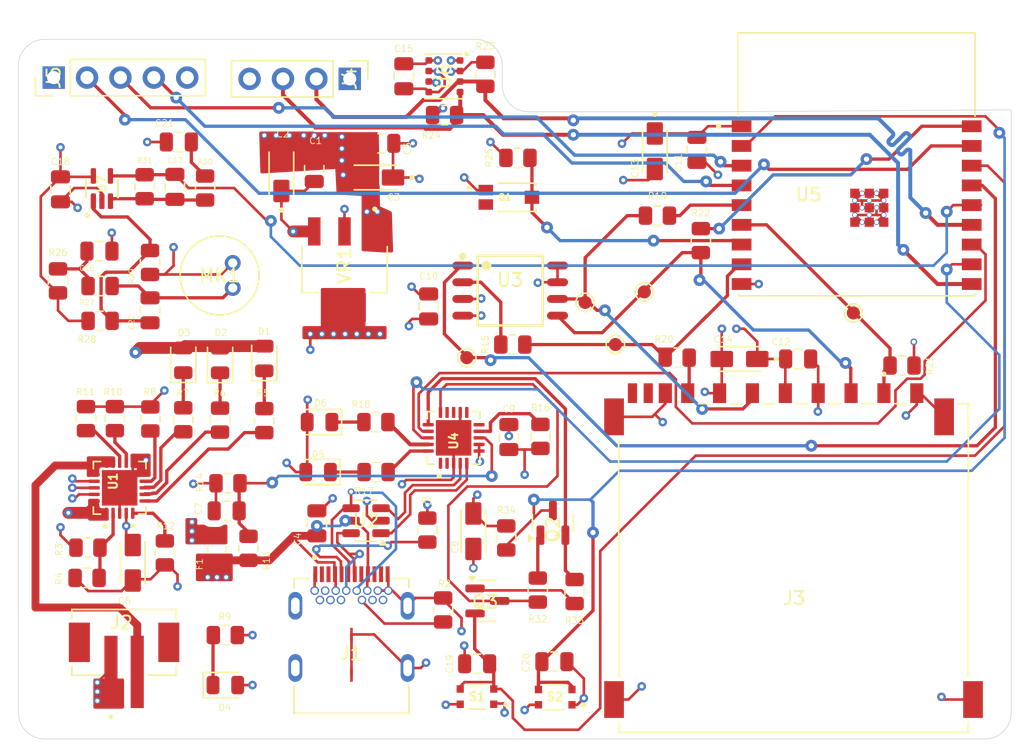
<source format=kicad_pcb>
(kicad_pcb (version 20241229) (generator "pcbnew") (generator_version "9.0")
  (title_block (title "ESP32 ") (date "2025-06-03"))
  (layers (0 "F.Cu" signal) (4 "In1.Cu" power) (6 "In2.Cu" power) (2 "B.Cu" signal) (13 "F.Paste" user) (15 "B.Paste" user) (5 "F.SilkS" user "F.Silkscreen") (7 "B.SilkS" user "B.Silkscreen") (1 "F.Mask" user) (3 "B.Mask" user) (25 "Edge.Cuts" user))
  (net 0 "")
  (net 1 "GND")
  (net 2 "+5V")
  (net 3 "+3.3V")
  (net 4 "/VBUS")
  (net 5 "/+5V_USB")
  (net 6 "Net-(U4-VBUS)")
  (net 7 "Net-(C16-Pad2)")
  (net 8 "/ESP32_C3-02/MIC_OUT")
  (net 9 "/ESP32_C3-02/BOOT")
  (net 10 "/ESP32_C3-02/EN")
  (net 11 "Net-(D1-K)")
  (net 12 "Net-(D2-K)")
  (net 13 "Net-(D3-K)")
  (net 14 "/PWD_LED")
  (net 15 "Net-(D5-K)")
  (net 16 "Net-(D6-K)")
  (net 21 "Net-(J1-CC1)")
  (net 22 "/USB_DN")
  (net 23 "/USB_DP")
  (net 26 "Net-(J1-CC2)")
  (net 31 "/VBAT")
  (net 33 "Net-(J3-DAT0)")
  (net 34 "/ESP32_C3-02/SCLK")
  (net 35 "/ESP32_C3-02/MOSI_DI")
  (net 36 "/ESP32_C3-02/CS_SD")
  (net 38 "/ESP32_C3-02/SCL")
  (net 39 "/ESP32_C3-02/SDA")
  (net 40 "/ESP32_C3-02/GPIO19")
  (net 41 "/ESP32_C3-02/GPIO8")
  (net 42 "/ESP32_C3-02/GPIO18")
  (net 43 "Net-(U7-IN+)")
  (net 44 "/ESP32_C3-02/PHOTO_C")
  (net 45 "Net-(Q2-B)")
  (net 46 "/ESP32_C3-02/RTS")
  (net 47 "Net-(Q3-B)")
  (net 48 "/ESP32_C3-02/DTR")
  (net 49 "Net-(U1-VPCC)")
  (net 50 "/CHARGING")
  (net 51 "/CHARGING_POWER_GOOD")
  (net 52 "/CHARGED")
  (net 53 "Net-(U1-~{TE})")
  (net 54 "Net-(U1-PROG3)")
  (net 55 "Net-(U1-PROG1)")
  (net 56 "Net-(U1-THERM)")
  (net 57 "Net-(U3-DO(IO1))")
  (net 58 "/ESP32_C3-02/MISO_DO")
  (net 59 "Net-(U4-~{RST})")
  (net 60 "Net-(U4-~{TXT}{slash}GPIO.2)")
  (net 61 "Net-(U4-~{RXT}{slash}GPIO.3)")
  (net 62 "Net-(U7-IN-)")
  (net 63 "Net-(U5-IO6)")
  (net 64 "/ESP32_C3-02/CS")
  (net 65 "/ESP32_C3-02/USB_D+")
  (net 66 "/ESP32_C3-02/USB_D-")
  (net 69 "/ESP32_C3-02/RX_TX")
  (net 74 "/ESP32_C3-02/TX_RX")
  (net 75 "Net-(U5-IO0)")
  (net 76 "Net-(C21-Pad2)")
  (net 77 "Net-(C22-Pad2)")
  (footprint "Resistor_SMD:R_0805_2012Metric" (layer "F.Cu") (at 137.8 96.105)
    (property "Reference" "R15")
    (property "Value" "50")
  )
  (footprint "Resistor_SMD:R_0805_2012Metric" (layer "F.Cu") (at 139.9 103.0875 90)
    (property "Reference" "R16")
    (property "Value" "1k")
  )
  (footprint "Capacitor_SMD:C_0805_2012Metric" (layer "F.Cu") (at 131.4 93.205 -90)
    (property "Reference" "C10")
    (property "Value" "0.1u")
  )
  (footprint "Capacitor_SMD:C_0805_2012Metric" (layer "F.Cu") (at 129.5125 75.7 90)
    (property "Reference" "C15")
    (property "Value" "0.1u")
  )
  (footprint "Resistor_SMD:R_0805_2012Metric" (layer "F.Cu") (at 103.2125 91.2625 90)
    (property "Reference" "R26")
    (property "Value" "10K")
  )
  (footprint "Resistor_SMD:R_0805_2012Metric" (layer "F.Cu") (at 118.9 101.8875 -90)
    (property "Reference" "R5")
    (property "Value" "470")
  )
  (footprint "LED_SMD:LED_0805_2012Metric" (layer "F.Cu") (at 112.7375 97.3 90)
    (property "Reference" "D3")
    (property "Value" "LED")
  )
  (footprint "Resistor_SMD:R_0805_2012Metric" (layer "F.Cu") (at 105.425 113.85 180)
    (property "Reference" "R4")
    (property "Value" "110k")
  )
  (footprint "LED_SMD:LED_0805_2012Metric" (layer "F.Cu") (at 122.9925 105.8 180)
    (property "Reference" "D5")
    (property "Value" "LED")
  )
  (footprint "Capacitor_SMD:C_0805_2012Metric" (layer "F.Cu") (at 103.4 84.3 -90)
    (property "Reference" "C18")
    (property "Value" "0.1u")
  )
  (footprint "Resistor_SMD:R_0805_2012Metric" (layer "F.Cu") (at 132.5 116.2875 90)
    (property "Reference" "R2")
    (property "Value" "5k1")
  )
  (footprint "Capacitor_SMD:C_0805_2012Metric" (layer "F.Cu") (at 106.3625 89 180)
    (property "Reference" "C16")
    (property "Value" "0.1u")
  )
  (footprint "Capacitor_SMD:C_0805_2012Metric" (layer "F.Cu") (at 135.0875 120.38 180)
    (property "Reference" "C19")
    (property "Value" "0.1u")
  )
  (footprint "LED_SMD:LED_0805_2012Metric" (layer "F.Cu") (at 115.5375 97.3125 90)
    (property "Reference" "D2")
    (property "Value" "LED")
  )
  (footprint "Resistor_SMD:R_0805_2012Metric" (layer "F.Cu") (at 114.4 84.2 90)
    (property "Reference" "R30")
    (property "Value" "10K")
  )
  (footprint "MC_ESP32:CUI_CMC-5042PF-AC" (layer "F.Cu") (at 115.5 90.85)
    (property "Reference" "MK1")
    (property "Value" "CMC-5042PF-AC")
  )
  (footprint "Resistor_SMD:R_0805_2012Metric" (layer "F.Cu") (at 152.1 88.2 -90)
    (property "Reference" "R22")
    (property "Value" "50")
  )
  (footprint "Resistor_SMD:R_0805_2012Metric" (layer "F.Cu") (at 106.4125 91.65)
    (property "Reference" "R27")
    (property "Value" "10K")
  )
  (footprint "Capacitor_SMD:C_0805_2012Metric" (layer "F.Cu") (at 110.2125 93.5 90)
    (property "Reference" "C22")
    (property "Value" "10n")
  )
  (footprint "Capacitor_SMD:C_0805_2012Metric" (layer "F.Cu") (at 159.5 97.2)
    (property "Reference" "C12")
    (property "Value" "0.1u")
  )
  (footprint "MC_ESP32:CAPMP3216X180N" (layer "F.Cu") (at 148.6 81.4 -90)
    (property "Reference" "C13")
    (property "Value" "10u")
  )
  (footprint "Resistor_SMD:R_0805_2012Metric" (layer "F.Cu") (at 138.19 81.905)
    (property "Reference" "R25")
    (property "Value" "10k")
  )
  (footprint "Capacitor_SMD:C_0805_2012Metric" (layer "F.Cu") (at 122.9 109.7 90)
    (property "Reference" "C4")
    (property "Value" "0.1u")
  )
  (footprint "Resistor_SMD:R_0805_2012Metric" (layer "F.Cu") (at 109.8 84.1 90)
    (property "Reference" "R31")
    (property "Value" "100k")
  )
  (footprint "TestPoint:TestPoint_Pad_D1.0mm" (layer "F.Cu") (at 147.8 92.1)
    (property "Reference" "TP1" (hide yes))
    (property "Value" "Test MOSI" (hide yes))
  )
  (footprint "Package_TO_SOT_SMD:SOT-23-6" (layer "F.Cu") (at 126.6375 109.5 180)
    (property "Reference" "U2")
    (property "Value" "USBLC6-2SC6")
  )
  (footprint "Resistor_SMD:R_0805_2012Metric" (layer "F.Cu") (at 117.7 111.6 90)
    (property "Reference" "R13")
    (property "Value" "22k1")
  )
  (footprint "MC_ESP32:MODULE_ESP32-C3-WROOM-02-H4" (layer "F.Cu") (at 163.95 82.4)
    (property "Reference" "U5")
    (property "Value" "ESP32-C3-WROOM-02-H4")
  )
  (footprint "MC_ESP32_gen:QFN50P400X400X100-21N" (layer "F.Cu") (at 107.9 107 90)
    (property "Reference" "U1")
    (property "Value" "MCP73871-2CAI_ML")
  )
  (footprint "LED_SMD:LED_0805_2012Metric" (layer "F.Cu") (at 123.1 102 180)
    (property "Reference" "D6")
    (property "Value" "LED")
  )
  (footprint "TestPoint:TestPoint_Pad_D1.0mm" (layer "F.Cu") (at 143.3 92.9)
    (property "Reference" "TP3" (hide yes))
    (property "Value" "Test SCLK" (hide yes))
  )
  (footprint "Resistor_SMD:R_0805_2012Metric" (layer "F.Cu") (at 106.4125 94.3)
    (property "Reference" "R28")
    (property "Value" "1M")
  )
  (footprint "Capacitor_SMD:C_0805_2012Metric" (layer "F.Cu") (at 122.7 82.75 90)
    (property "Reference" "C1")
    (property "Value" "0.1u")
  )
  (footprint "Resistor_SMD:R_0805_2012Metric" (layer "F.Cu") (at 115.9375 118.2)
    (property "Reference" "R9")
    (property "Value" "470")
  )
  (footprint "Connector_PinHeader_2.54mm:PinHeader_1x04_P2.54mm_Vertical" (layer "F.Cu") (at 125.4 75.9 -90)
    (property "Reference" "J4")
    (property "Value" "Conn_01x04_Pin")
  )
  (footprint "MC_ESP32:JST_B2B-PH-SM4-TB" (layer "F.Cu") (at 108.2375 118.75)
    (property "Reference" "J2")
    (property "Value" "B2B-PH-SM4-TB")
  )
  (footprint "Resistor_SMD:R_0805_2012Metric" (layer "F.Cu") (at 116.1375 106.65 180)
    (property "Reference" "R14")
    (property "Value" "47k5")
  )
  (footprint "Resistor_SMD:R_0805_2012Metric" (layer "F.Cu") (at 115.5375 101.85 -90)
    (property "Reference" "R6")
    (property "Value" "470")
  )
  (footprint "MC_ESP32:VREG_LM1117MPX-3.3_NOPB" (layer "F.Cu") (at 125 90.4 -90)
    (property "Reference" "VR1")
    (property "Value" "LM1117MPX-3.3_NOPB")
  )
  (footprint "Package_TO_SOT_SMD:SOT-23" (layer "F.Cu") (at 140.85 109.6625 90)
    (property "Reference" "Q2")
    (property "Value" "BC817")
  )
  (footprint "Resistor_SMD:R_0805_2012Metric" (layer "F.Cu") (at 111.3375 111.95 90)
    (property "Reference" "R12")
    (property "Value" "10k")
  )
  (footprint "Capacitor_SMD:C_0805_2012Metric" (layer "F.Cu") (at 112.1 84.1125 90)
    (property "Reference" "C17")
    (property "Value" "0.1u")
  )
  (footprint "Resistor_SMD:R_0805_2012Metric" (layer "F.Cu") (at 132.6125 78.65)
    (property "Reference" "R24")
    (property "Value" "4k7")
  )
  (footprint "MC_ESP32:BELFUSE_SS-52400-002" (layer "F.Cu") (at 125.53 120.7)
    (property "Reference" "J1")
    (property "Value" "SS-52400-002")
  )
  (footprint "MC_ESP32:AMPHENOL_GSD090012SEU" (layer "F.Cu") (at 159.15 113.1)
    (property "Reference" "J3")
    (property "Value" "GSD090012SEU")
  )
  (footprint "TestPoint:TestPoint_Pad_D1.0mm" (layer "F.Cu") (at 163.7 93.7)
    (property "Reference" "TP4" (hide yes))
    (property "Value" "Test CS_SD" (hide yes))
  )
  (footprint "MC_ESP32:SW_USLPT2819DT2TR" (layer "F.Cu") (at 141.025 122.92 180)
    (property "Reference" "S2")
    (property "Value" "USLPT2819DT2TR")
  )
  (footprint "TestPoint:TestPoint_Pad_D1.0mm" (layer "F.Cu") (at 134.3 97.1)
    (property "Reference" "TP5" (hide yes))
    (property "Value" "Test CS" (hide yes))
  )
  (footprint "Resistor_SMD:R_0805_2012Metric" (layer "F.Cu") (at 135.7125 75.55 -90)
    (property "Reference" "R23")
    (property "Value" "4k7")
  )
  (footprint "MC_ESP32:CAPMP3216X180N" (layer "F.Cu") (at 134.8 110.3 90)
    (property "Reference" "C8")
    (property "Value" "4.7u")
  )
  (footprint "Resistor_SMD:R_0805_2012Metric" (layer "F.Cu") (at 127.405 105.8)
    (property "Reference" "R17")
    (property "Value" "470")
  )
  (footprint "MC_ESP32:TRANS_TEMT6000X01" (layer "F.Cu") (at 137.5 84.905)
    (property "Reference" "Q1")
    (property "Value" "TEMT6000X01")
  )
  (footprint "MC_ESP32:CAPMP3216X180N" (layer "F.Cu") (at 108.9 112.7 -90)
    (property "Reference" "C6")
    (property "Value" "10u")
  )
  (footprint "TestPoint:TestPoint_Pad_D1.0mm" (layer "F.Cu") (at 145.6 96.1)
    (property "Reference" "TP2" (hide yes))
    (property "Value" "Test MISO" (hide yes))
  )
  (footprint "Capacitor_SMD:C_0805_2012Metric" (layer "F.Cu") (at 151.8 81.3 -90)
    (property "Reference" "C11")
    (property "Value" "0.1u")
  )
  (footprint "MC_ESP32_gen:SOIC127P790X216-8N" (layer "F.Cu") (at 137.6 92)
    (property "Reference" "U3")
    (property "Value" "W25Q32JVSSIQ")
  )
  (footprint "Resistor_SMD:R_0805_2012Metric" (layer "F.Cu") (at 127.3875 102)
    (property "Reference" "R18")
    (property "Value" "470")
  )
  (footprint "Resistor_SMD:R_0805_2012Metric" (layer "F.Cu") (at 105.3375 101.7375 90)
    (property "Reference" "R11")
    (property "Value" "2k")
  )
  (footprint "MC_ESP32_gen:QFN50P400X400X100-21N" (layer "F.Cu") (at 133.3 103.2 90)
    (property "Reference" "U4")
    (property "Value" "CP2102N-Axx-xQFN20")
  )
  (footprint "Capacitor_SMD:C_0805_2012Metric" (layer "F.Cu") (at 140.9625 120.22)
    (property "Reference" "C20")
    (property "Value" "1u")
  )
  (footprint "Resistor_SMD:R_0805_2012Metric" (layer "F.Cu") (at 110.2375 101.7625 -90)
    (property "Reference" "R8")
    (property "Value" "10k")
  )
  (footprint "MC_ESP32:CAPMP3216X180N" (layer "F.Cu") (at 127.34 83.4 180)
    (property "Reference" "C3")
    (property "Value" "10u")
  )
  (footprint "Resistor_SMD:R_0805_2012Metric" (layer "F.Cu") (at 142.5 114.8875 -90)
    (property "Reference" "R33")
    (property "Value" "10k")
  )
  (footprint "Resistor_SMD:R_0805_2012Metric" (layer "F.Cu") (at 137.3 110.8125 -90)
    (property "Reference" "R34")
    (property "Value" "10k")
  )
  (footprint "Capacitor_SMD:C_0805_2012Metric" (layer "F.Cu") (at 116.0375 108.75 180)
    (property "Reference" "C7")
    (property "Value" "1u")
  )
  (footprint "Capacitor_SMD:C_0805_2012Metric" (layer "F.Cu") (at 137.5 103.1375 -90)
    (property "Reference" "C9")
    (property "Value" "0.1u")
  )
  (footprint "Resistor_SMD:R_0805_2012Metric" (layer "F.Cu") (at 105.49 111.55)
    (property "Reference" "R3")
    (property "Value" "330k")
  )
  (footprint "Resistor_SMD:R_0805_2012Metric" (layer "F.Cu") (at 131.3 110.2125 90)
    (property "Reference" "R1")
    (property "Value" "5k1")
  )
  (footprint "LED_SMD:LED_0805_2012Metric" (layer "F.Cu") (at 115.9375 122)
    (property "Reference" "D4")
    (property "Value" "LED")
  )
  (footprint "Resistor_SMD:R_0805_2012Metric" (layer "F.Cu") (at 167.4 97.7)
    (property "Reference" "R21")
    (property "Value" "10k")
  )
  (footprint "Resistor_SMD:R_0805_2012Metric" (layer "F.Cu") (at 110.2125 89.8625 -90)
    (property "Reference" "R29")
    (property "Value" "1M")
  )
  (footprint "MC_ESP32:SW_USLPT2819DT2TR" (layer "F.Cu") (at 135.075 122.88 180)
    (property "Reference" "S1")
    (property "Value" "USLPT2819DT2TR")
  )
  (footprint "Resistor_SMD:R_0805_2012Metric" (layer "F.Cu") (at 107.5375 101.7375 90)
    (property "Reference" "R10")
    (property "Value" "20k")
  )
  (footprint "MC_ESP32:SOT65P210X110-5N" (layer "F.Cu") (at 106.55 84.24 90)
    (property "Reference" "U7")
    (property "Value" "MAX4466EXK")
  )
  (footprint "MC_ESP32:CAPMP3216X180N" (layer "F.Cu") (at 120.2 83.075 90)
    (property "Reference" "C2")
    (property "Value" "10u")
  )
  (footprint "Fuse:Fuse_0805_2012Metric" (layer "F.Cu") (at 115.3 111.7 90)
    (property "Reference" "F1")
    (property "Value" "Polyfuse_Small" (hide yes))
  )
  (footprint "LED_SMD:LED_0805_2012Metric" (layer "F.Cu") (at 118.9 97.1625 90)
    (property "Reference" "D1")
    (property "Value" "LED")
  )
  (footprint "Connector_PinHeader_2.54mm:PinHeader_1x05_P2.54mm_Vertical" (layer "F.Cu") (at 102.88 75.8 90)
    (property "Reference" "J5")
    (property "Value" "Conn_01x05_Pin")
  )
  (footprint "MC_ESP32:CAPMP3216X180N" (layer "F.Cu") (at 155.04 97.2 180)
    (property "Reference" "C14")
    (property "Value" "10u")
  )
  (footprint "Resistor_SMD:R_0805_2012Metric" (layer "F.Cu") (at 148.8 86.3 180)
    (property "Reference" "R19")
    (property "Value" "50")
  )
  (footprint "Resistor_SMD:R_0805_2012Metric" (layer "F.Cu") (at 150.3 97.1)
    (property "Reference" "R20")
    (property "Value" "50" (hide yes))
  )
  (footprint "Resistor_SMD:R_0805_2012Metric" (layer "F.Cu") (at 139.7 114.775 90)
    (property "Reference" "R32")
    (property "Value" "10k")
  )
  (footprint "Package_LGA:Bosch_LGA-8_3x3mm_P0.8mm_ClockwisePinNumbering" (layer "F.Cu") (at 132.6 75.7 -90)
    (property "Reference" "U6")
    (property "Value" "BME280")
  )
  (footprint "Capacitor_SMD:C_0805_2012Metric" (layer "F.Cu") (at 112.4 80.7)
    (property "Reference" "C21")
    (property "Value" "1u")
  )
  (footprint "Package_TO_SOT_SMD:SOT-23" (layer "F.Cu") (at 135.8625 115.6)
    (property "Reference" "Q3")
    (property "Value" "BC817")
  )
  (footprint "Capacitor_SMD:C_0805_2012Metric" (layer "F.Cu") (at 127.8 80.8 180)
    (property "Reference" "C5")
    (property "Value" "0.1u")
  )
  (footprint "Resistor_SMD:R_0805_2012Metric" (layer "F.Cu") (at 112.7375 101.825 -90)
    (property "Reference" "R7")
    (property "Value" "470")
  )
  (gr_arc (start 100.2 74.9) (mid 100.785786 73.485786) (end 102.2 72.9) (stroke (width 0.05)) (layer "Edge.Cuts"))
  (gr_line (start 100.2 124.1) (end 100.2 74.9) (stroke (width 0.05)) (layer "Edge.Cuts"))
  (gr_arc (start 139 78.4) (mid 137.585786 77.814214) (end 137 76.4) (stroke (width 0.05)) (layer "Edge.Cuts"))
  (gr_line (start 175.7 78.25) (end 175.7 124.1) (stroke (width 0.05)) (layer "Edge.Cuts"))
  (gr_line (start 173.7 126.1) (end 102.2 126.1) (stroke (width 0.05)) (layer "Edge.Cuts"))
  (gr_line (start 139 78.4) (end 153.85 78.4) (stroke (width 0.05)) (layer "Edge.Cuts"))
  (gr_arc (start 102.2 126.1) (mid 100.785786 125.514214) (end 100.2 124.1) (stroke (width 0.05)) (layer "Edge.Cuts"))
  (gr_arc (start 135 72.9) (mid 136.414214 73.485786) (end 137 74.9) (stroke (width 0.05)) (layer "Edge.Cuts"))
  (gr_line (start 137 74.9) (end 137 76.4) (stroke (width 0.05)) (layer "Edge.Cuts"))
  (gr_line (start 102.2 72.9) (end 135 72.9) (stroke (width 0.05)) (layer "Edge.Cuts"))
  (gr_arc (start 175.7 124.1) (mid 175.114214 125.514214) (end 173.7 126.1) (stroke (width 0.05)) (layer "Edge.Cuts"))
  (gr_line (start 175.7 78.25) (end 153.85 78.4) (stroke (width 0.05)) (layer "Edge.Cuts"))
  (segment (start 170.6 123.1) (end 170.4 122.9) (width 0.2) (layer "F.Cu") (net 1))
  (segment (start 153.525 99.8) (end 152.5 99.8) (width 0.2) (layer "F.Cu") (net 1))
  (segment (start 115.225 106.65) (end 115.225 108.6125) (width 0.2) (layer "F.Cu") (net 1))
  (segment (start 134.8 111.65) (end 134.8 113.1) (width 0.2) (layer "F.Cu") (net 1))
  (segment (start 110.2375 100.85) (end 110.2375 100.6625) (width 0.2) (layer "F.Cu") (net 1))
  (segment (start 131.3 109.3) (end 131.3 108.3) (width 0.2) (layer "F.Cu") (net 1))
  (segment (start 128.33 114.82) (end 127.53 114.82) (width 0.2) (layer "F.Cu") (net 1))
  (segment (start 110.25 113.95) (end 111.3375 112.8625) (width 0.2) (layer "F.Cu") (net 1))
  (segment (start 164.36 85.21) (end 164.3 85.15) (width 0.2) (layer "F.Cu") (net 1))
  (segment (start 165.46 86.21) (end 165.5 86.25) (width 0.2) (layer "F.Cu") (net 1))
  (segment (start 129.8 115.97) (end 128.65 114.82) (width 0.2) (layer "F.Cu") (net 1))
  (segment (start 105.5135 114.851) (end 104.5125 113.85) (width 0.2) (layer "F.Cu") (net 1))
  (segment (start 161.025 97.775) (end 160.45 97.2) (width 0.2) (layer "F.Cu") (net 1))
  (segment (start 111.5625 112.8625) (end 112.3 113.6) (width 0.2) (layer "F.Cu") (net 1))
  (segment (start 134.1375 120.38) (end 134.1375 119.0375) (width 0.2) (layer "F.Cu") (net 1))
  (segment (start 122.73 113.499) (end 122.829 113.4) (width 0.2) (layer "F.Cu") (net 1))
  (segment (start 110.2125 100.825) (end 110.2375 100.85) (width 0.2) (layer "F.Cu") (net 1))
  (segment (start 108.9375 113.95) (end 110.25 113.95) (width 0.2) (layer "F.Cu") (net 1))
  (segment (start 131.4125 75.3) (end 132.049997 75.3) (width 0.2) (layer "F.Cu") (net 1))
  (segment (start 164.36 85.7) (end 165.46 85.7) (width 0.2) (layer "F.Cu") (net 1))
  (segment (start 111.3375 112.8625) (end 111.5625 112.8625) (width 0.2) (layer "F.Cu") (net 1))
  (segment (start 168.525 99.8) (end 168.525 100.675) (width 0.2) (layer "F.Cu") (net 1))
  (segment (start 153.69 94.91) (end 153.7 94.9) (width 0.2) (layer "F.Cu") (net 1))
  (segment (start 132.049997 75.3) (end 132.1 75.350003) (width 0.2) (layer "F.Cu") (net 1))
  (segment (start 161.025 99.8) (end 161.025 97.775) (width 0.2) (layer "F.Cu") (net 1))
  (segment (start 152.5 99.8) (end 152.4 99.7) (width 0.2) (layer "F.Cu") (net 1))
  (segment (start 107.2375 121) (end 107 121) (width 0.2) (layer "F.Cu") (net 1))
  (segment (start 152.45 82.25) (end 153.4 83.2) (width 0.2) (layer "F.Cu") (net 1))
  (segment (start 164.36 86.8) (end 163.81 86.25) (width 0.2) (layer "F.Cu") (net 1))
  (segment (start 137.5 102.1875) (end 137.5 103.0625) (width 0.2) (layer "F.Cu") (net 1))
  (segment (start 129.8 120.7) (end 130.8 120.7) (width 0.2) (layer "F.Cu") (net 1))
  (segment (start 166.01 85.15) (end 166.01 86.25) (width 0.2) (layer "F.Cu") (net 1))
  (segment (start 107.9 107) (end 108.9 106) (width 0.2) (layer "F.Cu") (net 1))
  (segment (start 107 121) (end 106.2 121.8) (width 0.2) (layer "F.Cu") (net 1))
  (segment (start 105.3375 100.825) (end 107.5375 100.825) (width 0.2) (layer "F.Cu") (net 1))
  (segment (start 117.68 75.8) (end 117.78 75.9) (width 0.2) (layer "F.Cu") (net 1))
  (segment (start 164.36 84.6) (end 166.01 84.6) (width 0.2) (layer "F.Cu") (net 1))
  (segment (start 165.5 86.25) (end 166.01 86.25) (width 0.2) (layer "F.Cu") (net 1))
  (segment (start 129.9 94.7) (end 129.9 94.4) (width 0.2) (layer "F.Cu") (net 1))
  (segment (start 163.81 84.6) (end 164.36 84.6) (width 0.2) (layer "F.Cu") (net 1))
  (segment (start 110.2375 100.6625) (end 111.3 99.6) (width 0.2) (layer "F.Cu") (net 1))
  (segment (start 148.6 82.75) (end 148.6 83.1) (width 0.2) (layer "F.Cu") (net 1))
  (segment (start 128.33 113.62) (end 128.28 113.57) (width 0.2) (layer "F.Cu") (net 1))
  (segment (start 112.3 113.6) (end 112.3 114.5) (width 0.2) (layer "F.Cu") (net 1))
  (segment (start 135.395 93.905) (end 135.4 93.9) (width 0.2) (layer "F.Cu") (net 1))
  (segment (start 122.73 114.82) (end 122.73 113.499) (width 0.2) (layer "F.Cu") (net 1))
  (segment (start 153.69 99.635) (end 153.525 99.8) (width 0.2) (layer "F.Cu") (net 1))
  (segment (start 142.3 123.5) (end 142.7 123.5) (width 0.2) (layer "F.Cu") (net 1))
  (segment (start 115.625 90.775) (end 116.5 89.9) (width 0.2) (layer "F.Cu") (net 1))
  (segment (start 148.6 101.4) (end 149.2 102) (width 0.2) (layer "F.Cu") (net 1))
  (segment (start 122.9 108.75) (end 123.15 108.75) (width 0.2) (layer "F.Cu") (net 1))
  (segment (start 125.53 118.15) (end 125.53 121.25) (width 0.2) (layer "F.Cu") (net 1))
  (segment (start 130.145 94.155) (end 131.4 94.155) (width 0.2) (layer "F.Cu") (net 1))
  (segment (start 168.8 99.8) (end 168.525 99.8) (width 0.2) (layer "F.Cu") (net 1))
  (segment (start 131.1625 76.65) (end 131.4125 76.9) (width 0.2) (layer "F.Cu") (net 1))
  (segment (start 155.2 91.5) (end 156.5 91.5) (width 0.2) (layer "F.Cu") (net 1))
  (segment (start 134.1375 119.0375) (end 134.1 119) (width 0.2) (layer "F.Cu") (net 1))
  (segment (start 142.7 123.5) (end 143.2 123) (width 0.2) (layer "F.Cu") (net 1))
  (segment (start 107.9 107) (end 107.9 108.935) (width 0.2) (layer "F.Cu") (net 1))
  (segment (start 139.1 123.5) (end 138.7 123.9) (width 0.2) (layer "F.Cu") (net 1))
  (segment (start 130.395 115.375) (end 129.8 115.97) (width 0.2) (layer "F.Cu") (net 1))
  (segment (start 137.1 123.4) (end 137.175 123.475) (width 0.2) (layer "F.Cu") (net 1))
  (segment (start 165.46 84.6) (end 166.01 85.15) (width 0.2) (layer "F.Cu") (net 1))
  (segment (start 166.01 86.25) (end 165.46 86.8) (width 0.2) (layer "F.Cu") (net 1))
  (segment (start 132.74 123.46) (end 132.7 123.5) (width 0.2) (layer "F.Cu") (net 1))
  (segment (start 151.8 82.25) (end 152.45 82.25) (width 0.2) (layer "F.Cu") (net 1))
  (segment (start 110.2125 90.775) (end 115.625 90.775) (width 0.2) (layer "F.Cu") (net 1))
  (segment (start 153.69 97.2) (end 153.69 94.91) (width 0.2) (layer "F.Cu") (net 1))
  (segment (start 127.25 118.15) (end 129.8 120.7) (width 0.2) (layer "F.Cu") (net 1))
  (segment (start 141.9125 120.22) (end 143.2 121.5075) (width 0.2) (layer "F.Cu") (net 1))
  (segment (start 133.8 123.46) (end 132.74 123.46) (width 0.2) (layer "F.Cu") (net 1))
  (segment (start 111.45 80.7) (end 110 80.7) (width 0.2) (layer "F.Cu") (net 1))
  (segment (start 132.5 115.375) (end 130.395 115.375) (width 0.2) (layer "F.Cu") (net 1))
  (segment (start 166.01 84.6) (end 166.01 86.8) (width 0.2) (layer "F.Cu") (net 1))
  (segment (start 132.5 115.504468) (end 133.9 116.904468) (width 0.2) (layer "F.Cu") (net 1))
  (segment (start 108.9 106) (end 109.835 106) (width 0.2) (layer "F.Cu") (net 1))
  (segment (start 132.61366 76.451847) (end 132.165507 76.9) (width 0.2) (layer "F.Cu") (net 1))
  (segment (start 135.745 84.355) (end 135.055 84.355) (width 0.2) (layer "F.Cu") (net 1))
  (segment (start 132.61366 75.863663) (end 132.61366 76.451847) (width 0.2) (layer "F.Cu") (net 1))
  (segment (start 166.01 86.8) (end 163.81 86.8) (width 0.2) (layer "F.Cu") (net 1))
  (segment (start 129.9 94.4) (end 130.145 94.155) (width 0.2) (layer "F.Cu") (net 1))
  (segment (start 134 93.905) (end 135.395 93.905) (width 0.2) (layer "F.Cu") (net 1))
  (segment (start 172.8 123.1) (end 170.6 123.1) (width 0.2) (layer "F.Cu") (net 1))
  (segment (start 106.144999 84.2) (end 106.55 84.605001) (width 0.2) (layer "F.Cu") (net 1))
  (segment (start 128.65 114.82) (end 127.53 114.82) (width 0.2) (layer "F.Cu") (net 1))
  (segment (start 127.775 109.5) (end 127.1 109.5) (width 0.2) (layer "F.Cu") (net 1))
  (segment (start 128.33 114.82) (end 128.33 113.62) (width 0.2) (layer "F.Cu") (net 1))
  (segment (start 123.15 108.75) (end 124.1 107.8) (width 0.2) (layer "F.Cu") (net 1))
  (segment (start 168.525 100.675) (end 167.7 101.5) (width 0.2) (layer "F.Cu") (net 1))
  (segment (start 133.7875 74.5) (end 133.1 74.5) (width 0.2) (layer "F.Cu") (net 1))
  (segment (start 133.102 106.398) (end 132.7 106.398) (width 0.2) (layer "F.Cu") (net 1))
  (segment (start 103.4 85.25) (end 104.45 84.2) (width 0.2) (layer "F.Cu") (net 1))
  (segment (start 111.325 90.775) (end 112 90.1) (width 0.2) (layer "F.Cu") (net 1))
  (segment (start 129.5125 76.65) (end 131.1625 76.65) (width 0.2) (layer "F.Cu") (net 1))
  (segment (start 133.8 101.265) (end 133.8 102.7) (width 0.2) (layer "F.Cu") (net 1))
  (segment (start 149.4 100.6) (end 149.4 99.8) (width 0.2) (layer "F.Cu") (net 1))
  (segment (start 112 90.1) (end 112 88.7) (width 0.2) (layer "F.Cu") (net 1))
  (segment (start 163.81 85.15) (end 164.36 84.6) (width 0.2) (layer "F.Cu") (net 1))
  (segment (start 130.12 120.38) (end 129.8 120.7) (width 0.2) (layer "F.Cu") (net 1))
  (segment (start 108.9375 113.95) (end 108.0365 114.851) (width 0.2) (layer "F.Cu") (net 1))
  (segment (start 115.225 108.6125) (end 115.0875 108.75) (width 0.2) (layer "F.Cu") (net 1))
  (segment (start 132.165507 76.9) (end 131.4125 76.9) (width 0.2) (layer "F.Cu") (net 1))
  (segment (start 148.2 83.5) (end 148.1 83.6) (width 0.2) (layer "F.Cu") (net 1))
  (segment (start 127.1 109.5) (end 126.7 109.1) (width 0.2) (layer "F.Cu") (net 1))
  (segment (start 132.1 75.350003) (end 132.61366 75.863663) (width 0.2) (layer "F.Cu") (net 1))
  (segment (start 148.4 101.6) (end 148.6 101.4) (width 0.2) (layer "F.Cu") (net 1))
  (segment (start 137.175 123.475) (end 137.175 124.1) (width 0.2) (layer "F.Cu") (net 1))
  (segment (start 132.5 115.375) (end 132.5 115.504468) (width 0.2) (layer "F.Cu") (net 1))
  (segment (start 132.7 106.398) (end 129.697296 106.398) (width 0.2) (layer "F.Cu") (net 1))
  (segment (start 153.69 97.2) (end 153.69 99.635) (width 0.2) (layer "F.Cu") (net 1))
  (segment (start 116.85 118.2) (end 118 118.2) (width 0.2) (layer "F.Cu") (net 1))
  (segment (start 133.3 105.135) (end 133.3 103.2) (width 0.2) (layer "F.Cu") (net 1))
  (segment (start 136.35 123.46) (end 136.41 123.4) (width 0.2) (layer "F.Cu") (net 1))
  (segment (start 108.9 106) (end 108.9 105.065) (width 0.2) (layer "F.Cu") (net 1))
  (segment (start 110.2125 90.775) (end 111.325 90.775) (width 0.2) (layer "F.Cu") (net 1))
  (segment (start 130.8 120.7) (end 131.2 120.3) (width 0.2) (layer "F.Cu") (net 1))
  (segment (start 104.25 85.25) (end 104.7 85.7) (width 0.2) (layer "F.Cu") (net 1))
  (segment (start 133.3 106.2) (end 133.102 106.398) (width 0.2) (layer "F.Cu") (net 1))
  (segment (start 148.1 83.6) (end 146.2 83.6) (width 0.2) (layer "F.Cu") (net 1))
  (segment (start 145.5 101.6) (end 148.4 101.6) (width 0.2) (layer "F.Cu") (net 1))
  (segment (start 107.3125 89) (end 107.3125 87.6125) (width 0.2) (layer "F.Cu") (net 1))
  (segment (start 165.46 85.7) (end 165.46 86.21) (width 0.2) (layer "F.Cu") (net 1))
  (segment (start 163.81 86.25) (end 165.5 86.25) (width 0.2) (layer "F.Cu") (net 1))
  (segment (start 125.53 118.15) (end 127.25 118.15) (width 0.2) (layer "F.Cu") (net 1))
  (segment (start 108.0365 114.851) (end 105.5135 114.851) (width 0.2) (layer "F.Cu") (net 1))
  (segment (start 133.3 105.135) (end 133.3 106.2) (width 0.2) (layer "F.Cu") (net 1))
  (segment (start 143.2 121.5075) (end 143.2 123) (width 0.2) (layer "F.Cu") (net 1))
  (segment (start 164.36 85.7) (end 164.36 85.21) (width 0.2) (layer "F.Cu") (net 1))
  (segment (start 164.3 85.15) (end 166.01 85.15) (width 0.2) (layer "F.Cu") (net 1))
  (segment (start 107.3125 87.6125) (end 107.3 87.6) (width 0.2) (layer "F.Cu") (net 1))
  (segment (start 115.225 106.65) (end 113.55 106.65) (width 0.2) (layer "F.Cu") (net 1))
  (segment (start 106.55 84.605001) (end 106.55 85.2) (width 0.2) (layer "F.Cu") (net 1))
  (segment (start 161.025 101.175) (end 161 101.2) (width 0.2) (layer "F.Cu") (net 1))
  (segment (start 148.6 101.4) (end 149.4 100.6) (width 0.2) (layer "F.Cu") (net 1))
  (segment (start 139.75 123.5) (end 139.1 123.5) (width 0.2) (layer "F.Cu") (net 1))
  (segment (start 104.45 84.2) (end 106.144999 84.2) (width 0.2) (layer "F.Cu") (net 1))
  (segment (start 107.5375 100.825) (end 110.2125 100.825) (width 0.2) (layer "F.Cu") (net 1))
  (segment (start 161.025 99.8) (end 161.025 101.175) (width 0.2) (layer "F.Cu") (net 1))
  (segment (start 146.6 123.1) (end 147.6 122.1) (width 0.2) (layer "F.Cu") (net 1))
  (segment (start 148.6 83.1) (end 148.2 83.5) (width 0.2) (layer "F.Cu") (net 1))
  (segment (start 165.46 86.8) (end 164.36 86.8) (width 0.2) (layer "F.Cu") (net 1))
  (segment (start 136.41 123.4) (end 137.1 123.4) (width 0.2) (layer "F.Cu") (net 1))
  (segment (start 145.5 123.1) (end 146.6 123.1) (width 0.2) (layer "F.Cu") (net 1))
  (segment (start 170.6 101.6) (end 168.8 99.8) (width 0.2) (layer "F.Cu") (net 1))
  (segment (start 133.9 116.904468) (end 133.9 117.9) (width 0.2) (layer "F.Cu") (net 1))
  (segment (start 163.81 86.8) (end 163.81 84.6) (width 0.2) (layer "F.Cu") (net 1))
  (segment (start 129.697296 106.398) (end 129.370297 106.724999) (width 0.2) (layer "F.Cu") (net 1))
  (segment (start 135.055 84.355) (end 134.1 83.4) (width 0.2) (layer "F.Cu") (net 1))
  (segment (start 113.55 106.65) (end 113.5 106.7) (width 0.2) (layer "F.Cu") (net 1))
  (segment (start 164.36 84.6) (end 165.46 84.6) (width 0.2) (layer "F.Cu") (net 1))
  (segment (start 126.7 109.1) (end 126.7 108) (width 0.2) (layer "F.Cu") (net 1))
  (segment (start 163.81 85.15) (end 164.3 85.15) (width 0.2) (layer "F.Cu") (net 1))
  (segment (start 103.4 85.25) (end 104.25 85.25) (width 0.2) (layer "F.Cu") (net 1))
  (segment (start 133.8 102.7) (end 133.3 103.2) (width 0.2) (layer "F.Cu") (net 1))
  (via (at 131.2 120.3) (size 0.65) (drill 0.3) (layers "F.Cu" "B.Cu") (net 1))
  (via (at 156.5 91.5) (size 0.65) (drill 0.3) (layers "F.Cu" "B.Cu") (net 1))
  (via (at 124.1 107.8) (size 0.65) (drill 0.3) (layers "F.Cu" "B.Cu") (net 1))
  (via (at 143.2 123) (size 0.65) (drill 0.3) (layers "F.Cu" "B.Cu") (net 1))
  (via (at 147.6 122.1) (size 0.65) (drill 0.3) (layers "F.Cu" "B.Cu") (net 1))
  (via (at 121.9 80.2) (size 0.5) (drill 0.3) (layers "F.Cu" "B.Cu") (net 1))
  (via (at 124.8 82.1) (size 0.5) (drill 0.3) (layers "F.Cu" "B.Cu") (net 1))
  (via (at 134.1 83.4) (size 0.65) (drill 0.3) (layers "F.Cu" "B.Cu") (net 1))
  (via (at 135.4 93.9) (size 0.65) (drill 0.3) (layers "F.Cu" "B.Cu") (net 1))
  (via (at 133.1 74.5) (size 0.65) (drill 0.3) (layers "F.Cu" "B.Cu") (net 1))
  (via (at 137.5 103.0625) (size 0.65) (drill 0.3) (layers "F.Cu" "B.Cu") (net 1))
  (via (at 123.5 80.2) (size 0.5) (drill 0.3) (layers "F.Cu" "B.Cu") (net 1))
  (via (at 134.8 113.1) (size 0.65) (drill 0.3) (layers "F.Cu" "B.Cu") (net 1))
  (via (at 133.9 117.9) (size 0.65) (drill 0.3) (layers "F.Cu" "B.Cu") (net 1))
  (via (at 129.9 94.7) (size 0.65) (drill 0.3) (layers "F.Cu" "B.Cu") (net 1))
  (via (at 111.3 99.6) (size 0.65) (drill 0.3) (layers "F.Cu" "B.Cu") (net 1))
  (via (at 124.8 81.2) (size 0.5) (drill 0.3) (layers "F.Cu" "B.Cu") (net 1))
  (via (at 161 101.2) (size 0.65) (drill 0.3) (layers "F.Cu" "B.Cu") (net 1))
  (via (at 127.5 86) (size 0.5) (drill 0.3) (layers "F.Cu" "B.Cu") (net 1))
  (via (at 152.4 99.7) (size 0.65) (drill 0.3) (layers "F.Cu" "B.Cu") (net 1))
  (via (at 167.7 101.5) (size 0.65) (drill 0.3) (layers "F.Cu" "B.Cu") (net 1))
  (via (at 118 118.2) (size 0.65) (drill 0.3) (layers "F.Cu" "B.Cu") (net 1))
  (via (at 124.8 80.3) (size 0.5) (drill 0.3) (layers "F.Cu" "B.Cu") (net 1))
  (via (at 119.8 80.2) (size 0.5) (drill 0.3) (layers "F.Cu" "B.Cu") (net 1))
  (via (at 153.7 94.9) (size 0.65) (drill 0.3) (layers "F.Cu" "B.Cu") (net 1))
  (via (at 106.2 122.5) (size 0.5) (drill 0.3) (layers "F.Cu" "B.Cu") (net 1))
  (via (at 132.7 123.5) (size 0.65) (drill 0.3) (layers "F.Cu" "B.Cu") (net 1))
  (via (at 124.9 83.2) (size 0.5) (drill 0.3) (layers "F.Cu" "B.Cu") (net 1))
  (via (at 131.3 108.3) (size 0.65) (drill 0.3) (layers "F.Cu" "B.Cu") (net 1))
  (via (at 106.2 121.8) (size 0.5) (drill 0.3) (layers "F.Cu" "B.Cu") (net 1))
  (via (at 146.2 83.6) (size 0.65) (drill 0.3) (layers "F.Cu" "B.Cu") (net 1))
  (via (at 112 88.7) (size 0.65) (drill 0.3) (layers "F.Cu" "B.Cu") (net 1))
  (via (at 134.1 119) (size 0.65) (drill 0.3) (layers "F.Cu" "B.Cu") (net 1))
  (via (at 137.175 124.1) (size 0.65) (drill 0.3) (layers "F.Cu" "B.Cu") (net 1))
  (via (at 110 80.7) (size 0.65) (drill 0.3) (layers "F.Cu" "B.Cu") (net 1))
  (via (at 138.7 123.9) (size 0.65) (drill 0.3) (layers "F.Cu" "B.Cu") (net 1))
  (via (at 153.4 83.2) (size 0.65) (drill 0.3) (layers "F.Cu" "B.Cu") (net 1))
  (via (at 149.2 102) (size 0.65) (drill 0.3) (layers "F.Cu" "B.Cu") (net 1))
  (via (at 122.7 80.2) (size 0.5) (drill 0.3) (layers "F.Cu" "B.Cu") (net 1))
  (via (at 126.7 86) (size 0.5) (drill 0.3) (layers "F.Cu" "B.Cu") (net 1))
  (via (at 118.9 80.2) (size 0.5) (drill 0.3) (layers "F.Cu" "B.Cu") (net 1))
  (via (at 129.370297 106.724999) (size 0.65) (drill 0.3) (layers "F.Cu" "B.Cu") (net 1))
  (via (at 132.1 75.350003) (size 0.65) (drill 0.3) (layers "F.Cu" "B.Cu") (net 1))
  (via (at 120.8 80.2) (size 0.5) (drill 0.3) (layers "F.Cu" "B.Cu") (net 1))
  (via (at 107.3 87.6) (size 0.65) (drill 0.3) (layers "F.Cu" "B.Cu") (net 1))
  (via (at 109.9 104.9) (size 0.5) (drill 0.3) (layers "F.Cu" "B.Cu") (net 1))
  (via (at 112.3 114.5) (size 0.65) (drill 0.3) (layers "F.Cu" "B.Cu") (net 1))
  (via (at 126.7 108) (size 0.65) (drill 0.3) (layers "F.Cu" "B.Cu") (net 1))
  (via (at 106.2 123.2) (size 0.5) (drill 0.3) (layers "F.Cu" "B.Cu") (net 1))
  (via (at 113.5 106.7) (size 0.65) (drill 0.3) (layers "F.Cu" "B.Cu") (net 1))
  (via (at 170.4 122.9) (size 0.65) (drill 0.3) (layers "F.Cu" "B.Cu") (net 1))
  (via (at 104.7 85.7) (size 0.65) (drill 0.3) (layers "F.Cu" "B.Cu") (net 1))
  (segment (start 117.68 75.8) (end 117.78 75.9) (width 0.2) (layer "B.Cu") (net 1))
  (segment (start 122.7 87.5) (end 121.1 87.5) (width 0.9) (layer "F.Cu") (net 2))
  (segment (start 120.2 86.6) (end 121.1 87.5) (width 0.2) (layer "F.Cu") (net 2))
  (segment (start 105.965 108) (end 105.065 108.9) (width 0.2) (layer "F.Cu") (net 2))
  (segment (start 106.9 108.935) (end 106.035 108.935) (width 0.2) (layer "F.Cu") (net 2))
  (segment (start 105 108.9) (end 104 108.9) (width 0.9) (layer "F.Cu") (net 2))
  (segment (start 106.035 108.935) (end 106 108.9) (width 0.2) (layer "F.Cu") (net 2))
  (segment (start 106 108.9) (end 105 108.9) (width 0.9) (layer "F.Cu") (net 2))
  (segment (start 120.2 84.425) (end 121.975 84.425) (width 0.2) (layer "F.Cu") (net 2))
  (segment (start 105.065 108.9) (end 105 108.9) (width 0.2) (layer "F.Cu") (net 2))
  (segment (start 121.975 84.425) (end 122.7 83.7) (width 0.2) (layer "F.Cu") (net 2))
  (segment (start 120.2 84.425) (end 120.2 86.6) (width 0.2) (layer "F.Cu") (net 2))
  (segment (start 122.7 87.5) (end 122.7 86.925) (width 0.9) (layer "F.Cu") (net 2))
  (via (at 104 108.9) (size 0.65) (drill 0.3) (layers "F.Cu" "B.Cu") (net 2))
  (via (at 121.1 87.5) (size 0.65) (drill 0.3) (layers "F.Cu" "B.Cu") (net 2))
  (segment (start 141.2 91.365) (end 139.735 91.365) (width 0.2) (layer "F.Cu") (net 3))
  (segment (start 130.6 83.4) (end 130.7 83.5) (width 0.2) (layer "F.Cu") (net 3))
  (segment (start 148.6 80.05) (end 151.5 80.05) (width 0.2) (layer "F.Cu") (net 3))
  (segment (start 122.4 95.3) (end 122.4 96.5) (width 0.2) (layer "F.Cu") (net 3))
  (segment (start 131.7 78.65) (end 131.970496 78.65) (width 0.2) (layer "F.Cu") (net 3))
  (segment (start 103.4 83.35) (end 105.83 83.35) (width 0.2) (layer "F.Cu") (net 3))
  (segment (start 103.2125 93.5125) (end 104 94.3) (width 0.2) (layer "F.Cu") (net 3))
  (segment (start 152.65 79.5) (end 151.8 80.35) (width 0.2) (layer "F.Cu") (net 3))
  (segment (start 134.8 107.825) (end 135.1 107.525) (width 0.2) (layer "F.Cu") (net 3))
  (segment (start 158.525 99.8) (end 158.525 97.225) (width 0.2) (layer "F.Cu") (net 3))
  (segment (start 158.55 97.2) (end 156.39 97.2) (width 0.2) (layer "F.Cu") (net 3))
  (segment (start 101.9 84.85) (end 101.9 90.9) (width 0.2) (layer "F.Cu") (net 3))
  (segment (start 155.4 94.9) (end 156.39 95.89) (width 0.2) (layer "F.Cu") (net 3))
  (segment (start 156.39 95.89) (end 156.39 97.2) (width 0.2) (layer "F.Cu") (net 3))
  (segment (start 139.735 91.365) (end 139.7 91.4) (width 0.2) (layer "F.Cu") (net 3))
  (segment (start 135.8 109.9) (end 137.3 109.9) (width 0.2) (layer "F.Cu") (net 3))
  (segment (start 121.3 105.8) (end 120.6 105.1) (width 0.2) (layer "F.Cu") (net 3))
  (segment (start 128.69 80.86) (end 128.75 80.8) (width 0.2) (layer "F.Cu") (net 3))
  (segment (start 134.8 108.95) (end 134.8 107.825) (width 0.2) (layer "F.Cu") (net 3))
  (segment (start 148.6 80.05) (end 146.875003 80.05) (width 0.2) (layer "F.Cu") (net 3))
  (segment (start 128.75 80.8) (end 130.2 80.8) (width 0.2) (layer "F.Cu") (net 3))
  (segment (start 104 94.3) (end 105.5 94.3) (width 0.2) (layer "F.Cu") (net 3))
  (segment (start 131.4125 74.5) (end 132.1 74.5) (width 0.2) (layer "F.Cu") (net 3))
  (segment (start 103.2125 92.175) (end 103.2125 93.5125) (width 0.2) (layer "F.Cu") (net 3))
  (segment (start 131.4 92.255) (end 130.655 92.255) (width 0.2) (layer "F.Cu") (net 3))
  (segment (start 133.150003 75.3) (end 133.1 75.350003) (width 0.2) (layer "F.Cu") (net 3))
  (segment (start 103.4 83.35) (end 103.4 81.1) (width 0.2) (layer "F.Cu") (net 3))
  (segment (start 134.85 108.95) (end 135.8 109.9) (width 0.2) (layer "F.Cu") (net 3))
  (segment (start 134 75.3) (end 134.6625 74.6375) (width 0.2) (layer "F.Cu") (net 3))
  (segment (start 133.7875 75.3) (end 134 75.3) (width 0.2) (layer "F.Cu") (net 3))
  (segment (start 138.7 104.0875) (end 139.8125 104.0875) (width 0.2) (layer "F.Cu") (net 3))
  (segment (start 128.69 83.4) (end 128.69 80.86) (width 0.2) (layer "F.Cu") (net 3))
  (segment (start 137.2775 81.905) (end 137.2775 81.8775) (width 0.2) (layer "F.Cu") (net 3))
  (segment (start 134 92.635) (end 135.365 92.635) (width 0.2) (layer "F.Cu") (net 3))
  (segment (start 122.1625 100.3375) (end 122.2 100.3) (width 0.2) (layer "F.Cu") (net 3))
  (segment (start 128.69 83.4) (end 130.6 83.4) (width 0.2) (layer "F.Cu") (net 3))
  (segment (start 135.235 104.2) (end 135.235 104.935) (width 0.2) (layer "F.Cu") (net 3))
  (segment (start 105.83 83.35) (end 105.9 83.28) (width 0.2) (layer "F.Cu") (net 3))
  (segment (start 135.235 104.2) (end 135.235 103.7) (width 0.2) (layer "F.Cu") (net 3))
  (segment (start 155.2 79.5) (end 152.65 79.5) (width 0.2) (layer "F.Cu") (net 3))
  (segment (start 116.875 122) (end 118 122) (width 0.2) (layer "F.Cu") (net 3))
  (segment (start 122.1625 105.6925) (end 122.055 105.8) (width 0.2) (layer "F.Cu") (net 3))
  (segment (start 103.4 83.35) (end 101.9 84.85) (width 0.2) (layer "F.Cu") (net 3))
  (segment (start 168.3125 95.9125) (end 168.3 95.9) (width 0.2) (layer "F.Cu") (net 3))
  (segment (start 125 87.5) (end 125 85.8) (width 0.2) (layer "F.Cu") (net 3))
  (segment (start 131.4125 76.1) (end 131.895111 76.1) (width 0.2) (layer "F.Cu") (net 3))
  (segment (start 168.3125 97.7) (end 168.3125 95.9125) (width 0.2) (layer "F.Cu") (net 3))
  (segment (start 138.7 104.0875) (end 138.7 106) (width 0.2) (layer "F.Cu") (net 3))
  (segment (start 122.055 105.8) (end 121.3 105.8) (width 0.2) (layer "F.Cu") (net 3))
  (segment (start 129.5125 74.75) (end 131.1625 74.75) (width 0.2) (layer "F.Cu") (net 3))
  (segment (start 101.9 90.9) (end 103.175 92.175) (width 0.2) (layer "F.Cu") (net 3))
  (segment (start 122.1625 102) (end 122.1625 105.6925) (width 0.2) (layer "F.Cu") (net 3))
  (segment (start 158.525 97.225) (end 158.55 97.2) (width 0.2) (layer "F.Cu") (net 3))
  (segment (start 135.365 92.635) (end 135.4 92.6) (width 0.2) (layer "F.Cu") (net 3))
  (segment (start 151.5 80.05) (end 151.8 80.35) (width 0.2) (layer "F.Cu") (net 3))
  (segment (start 141.2 91.365) (end 141.2 90.095) (width 0.2) (layer "F.Cu") (net 3))
  (segment (start 137.5 104.0875) (end 138.7 104.0875) (width 0.2) (layer "F.Cu") (net 3))
  (segment (start 154.8 94.9) (end 155.4 94.9) (width 0.2) (layer "F.Cu") (net 3))
  (segment (start 134.8 108.95) (end 134.85 108.95) (width 0.2) (layer "F.Cu") (net 3))
  (segment (start 139.8125 104.0875) (end 139.9 104) (width 0.2) (layer "F.Cu") (net 3))
  (segment (start 131.895111 76.1) (end 131.98766 76.192549) (width 0.2) (layer "F.Cu") (net 3))
  (segment (start 134.6625 74.6375) (end 135.7125 74.6375) (width 0.2) (layer "F.Cu") (net 3))
  (segment (start 133.7875 75.3) (end 133.150003 75.3) (width 0.2) (layer "F.Cu") (net 3))
  (segment (start 135.235 104.935) (end 135.3 105) (width 0.2) (layer "F.Cu") (net 3))
  (segment (start 130.655 92.255) (end 130.1 91.7) (width 0.2) (layer "F.Cu") (net 3))
  (segment (start 131.1625 74.75) (end 131.4125 74.5) (width 0.2) (layer "F.Cu") (net 3))
  (segment (start 122.1625 102) (end 122.1625 100.3375) (width 0.2) (layer "F.Cu") (net 3))
  (segment (start 146.875003 80.05) (end 146.1 80.825003) (width 0.2) (layer "F.Cu") (net 3))
  (segment (start 131.970496 78.65) (end 132.489367 78.131129) (width 0.2) (layer "F.Cu") (net 3))
  (segment (start 137.2775 81.8775) (end 136.1 80.7) (width 0.2) (layer "F.Cu") (net 3))
  (segment (start 103.175 92.175) (end 103.2125 92.175) (width 0.2) (layer "F.Cu") (net 3))
  (via (at 132.489367 78.131129) (size 0.65) (drill 0.3) (layers "F.Cu" "B.Cu") (net 3))
  (via (at 120.6 105.1) (size 0.65) (drill 0.3) (layers "F.Cu" "B.Cu") (net 3))
  (via (at 122.4 96.5) (size 0.65) (drill 0.3) (layers "F.Cu" "B.Cu") (net 3))
  (via (at 168.3 95.9) (size 0.5) (drill 0.3) (layers "F.Cu" "B.Cu") (net 3))
  (via (at 135.3 105) (size 0.65) (drill 0.3) (layers "F.Cu" "B.Cu") (net 3))
  (via (at 132.1 74.5) (size 0.65) (drill 0.3) (layers "F.Cu" "B.Cu") (net 3))
  (via (at 131.98766 76.192549) (size 0.65) (drill 0.3) (layers "F.Cu" "B.Cu") (net 3))
  (via (at 139.7 91.4) (size 0.65) (drill 0.3) (layers "F.Cu" "B.Cu") (net 3))
  (via (at 136.1 80.7) (size 0.65) (drill 0.3) (layers "F.Cu" "B.Cu") (net 3))
  (via (at 130.7 83.5) (size 0.65) (drill 0.3) (layers "F.Cu" "B.Cu") (net 3))
  (via (at 125.933333 95.3) (size 0.5) (drill 0.3) (layers "F.Cu" "B.Cu") (net 3))
  (via (at 154.8 94.9) (size 0.65) (drill 0.3) (layers "F.Cu" "B.Cu") (net 3))
  (via (at 126.816667 95.3) (size 0.5) (drill 0.3) (layers "F.Cu" "B.Cu") (net 3))
  (via (at 122.2 100.3) (size 0.65) (drill 0.3) (layers "F.Cu" "B.Cu") (net 3))
  (via (at 135.1 107.525) (size 0.65) (drill 0.3) (layers "F.Cu" "B.Cu") (net 3))
  (via (at 124.166667 95.3) (size 0.5) (drill 0.3) (layers "F.Cu" "B.Cu") (net 3))
  (via (at 127.7 95.3) (size 0.5) (drill 0.3) (layers "F.Cu" "B.Cu") (net 3))
  (via (at 125 85.8) (size 0.65) (drill 0.3) (layers "F.Cu" "B.Cu") (net 3))
  (via (at 123.283333 95.3) (size 0.5) (drill 0.3) (layers "F.Cu" "B.Cu") (net 3))
  (via (at 133.1 75.350003) (size 0.65) (drill 0.3) (layers "F.Cu" "B.Cu") (net 3))
  (via (at 122.4 95.3) (size 0.5) (drill 0.3) (layers "F.Cu" "B.Cu") (net 3))
  (via (at 118 122) (size 0.65) (drill 0.3) (layers "F.Cu" "B.Cu") (net 3))
  (via (at 125.05 95.3) (size 0.5) (drill 0.3) (layers "F.Cu" "B.Cu") (net 3))
  (via (at 135.4 92.6) (size 0.65) (drill 0.3) (layers "F.Cu" "B.Cu") (net 3))
  (via (at 130.2 80.8) (size 0.65) (drill 0.3) (layers "F.Cu" "B.Cu") (net 3))
  (via (at 130.1 91.7) (size 0.65) (drill 0.3) (layers "F.Cu" "B.Cu") (net 3))
  (via (at 103.4 81.1) (size 0.65) (drill 0.3) (layers "F.Cu" "B.Cu") (net 3))
  (via (at 138.7 106) (size 0.65) (drill 0.3) (layers "F.Cu" "B.Cu") (net 3))
  (via (at 146.1 80.825003) (size 0.65) (drill 0.3) (layers "F.Cu" "B.Cu") (net 3))
  (segment (start 115.425 112.5125) (end 115.3 112.6375) (width 0.6) (layer "F.Cu") (net 4))
  (segment (start 119.2875 112.5125) (end 121.15 110.65) (width 0.6) (layer "F.Cu") (net 4))
  (segment (start 126.73 113.62) (end 126.78 113.57) (width 0.2) (layer "F.Cu") (net 4))
  (segment (start 125.5 109.5) (end 125.060659 109.5) (width 0.2) (layer "F.Cu") (net 4))
  (segment (start 121.15 110.65) (end 122.9 110.65) (width 0.6) (layer "F.Cu") (net 4))
  (segment (start 124.33 114.82) (end 124.33 113.62) (width 0.2) (layer "F.Cu") (net 4))
  (segment (start 125.854468 109.5) (end 126.78 110.425532) (width 0.2) (layer "F.Cu") (net 4))
  (segment (start 122.9 109.9) (end 122.9 110.65) (width 0.2) (layer "F.Cu") (net 4))
  (segment (start 124.28 113.57) (end 124.231 113.57) (width 0.2) (layer "F.Cu") (net 4))
  (segment (start 124.231 113.57) (end 124.231 112.669) (width 0.2) (layer "F.Cu") (net 4))
  (segment (start 124.33 113.62) (end 124.28 113.57) (width 0.2) (layer "F.Cu") (net 4))
  (segment (start 121.05 110.75) (end 121.15 110.65) (width 0.2) (layer "F.Cu") (net 4))
  (segment (start 117.7 112.5125) (end 115.425 112.5125) (width 0.6) (layer "F.Cu") (net 4))
  (segment (start 122.969 112.669) (end 121.05 110.75) (width 0.2) (layer "F.Cu") (net 4))
  (segment (start 126.78 110.425532) (end 126.78 113.57) (width 0.2) (layer "F.Cu") (net 4))
  (segment (start 124.231 112.669) (end 122.969 112.669) (width 0.2) (layer "F.Cu") (net 4))
  (segment (start 125.5 109.5) (end 125.854468 109.5) (width 0.2) (layer "F.Cu") (net 4))
  (segment (start 126.73 114.82) (end 126.73 113.62) (width 0.2) (layer "F.Cu") (net 4))
  (segment (start 117.7 112.5125) (end 119.2875 112.5125) (width 0.6) (layer "F.Cu") (net 4))
  (via (at 114.6 113.8) (size 0.5) (drill 0.3) (layers "F.Cu" "B.Cu") (net 4))
  (via (at 116 113.8) (size 0.5) (drill 0.3) (layers "F.Cu" "B.Cu") (net 4))
  (via (at 122.9 109.9) (size 0.9) (drill 0.4) (layers "F.Cu" "B.Cu") (net 4))
  (via (at 115.3 113.8) (size 0.5) (drill 0.3) (layers "F.Cu" "B.Cu") (net 4))
  (via (at 125.060659 109.5) (size 0.9) (drill 0.4) (layers "F.Cu" "B.Cu") (net 4))
  (segment (start 124.660659 109.9) (end 122.9 109.9) (width 0.2) (layer "B.Cu") (net 4))
  (segment (start 125.060659 109.5) (end 124.660659 109.9) (width 0.2) (layer "B.Cu") (net 4))
  (segment (start 104.3 107) (end 105.965 107) (width 0.2) (layer "F.Cu") (net 5))
  (segment (start 118.9 96.225) (end 112.875 96.225) (width 0.9) (layer "F.Cu") (net 5))
  (segment (start 103.4 110.6) (end 103.4 110) (width 0.2) (layer "F.Cu") (net 5))
  (segment (start 104.5 106.5) (end 104.3 106.3) (width 0.2) (layer "F.Cu") (net 5))
  (segment (start 112.875 96.225) (end 112.7375 96.3625) (width 0.9) (layer "F.Cu") (net 5))
  (segment (start 104.8 107.5) (end 105.965 107.5) (width 0.2) (layer "F.Cu") (net 5))
  (segment (start 112.7375 96.3625) (end 109.4375 96.3625) (width 0.9) (layer "F.Cu") (net 5))
  (segment (start 104.35 111.55) (end 103.4 110.6) (width 0.2) (layer "F.Cu") (net 5))
  (segment (start 104.5775 111.55) (end 104.35 111.55) (width 0.2) (layer "F.Cu") (net 5))
  (segment (start 105.965 106.5) (end 104.5 106.5) (width 0.2) (layer "F.Cu") (net 5))
  (segment (start 108.4 109.9) (end 108.4 110.85) (width 0.2) (layer "F.Cu") (net 5))
  (segment (start 108.4 108.935) (end 108.4 109.9) (width 0.2) (layer "F.Cu") (net 5))
  (segment (start 104.3 107.8) (end 104.5 107.8) (width 0.2) (layer "F.Cu") (net 5))
  (segment (start 109.4375 96.3625) (end 109.1 96.7) (width 0.9) (layer "F.Cu") (net 5))
  (segment (start 108.4 110.85) (end 108.9 111.35) (width 0.2) (layer "F.Cu") (net 5))
  (segment (start 104.5 107.8) (end 104.8 107.5) (width 0.2) (layer "F.Cu") (net 5))
  (via (at 104.3 107) (size 0.65) (drill 0.3) (layers "F.Cu" "B.Cu") (net 5))
  (via (at 113.4 110.3) (size 0.5) (drill 0.3) (layers "F.Cu" "B.Cu") (net 5))
  (via (at 108.4 109.9) (size 0.65) (drill 0.3) (layers "F.Cu" "B.Cu") (net 5))
  (via (at 113.4 111) (size 0.5) (drill 0.3) (layers "F.Cu" "B.Cu") (net 5))
  (via (at 103.4 110) (size 0.65) (drill 0.3) (layers "F.Cu" "B.Cu") (net 5))
  (via (at 109.1 96.7) (size 0.9) (drill 0.4) (layers "F.Cu" "B.Cu") (net 5))
  (via (at 104.3 106.3) (size 0.65) (drill 0.3) (layers "F.Cu" "B.Cu") (net 5))
  (via (at 113.4 109.6) (size 0.5) (drill 0.3) (layers "F.Cu" "B.Cu") (net 5))
  (via (at 104.3 107.8) (size 0.65) (drill 0.3) (layers "F.Cu" "B.Cu") (net 5))
  (segment (start 119.45 106.65) (end 117.05 106.65) (width 0.2) (layer "F.Cu") (net 6))
  (segment (start 135.674402 103.2) (end 136.2 103.725598) (width 0.2) (layer "F.Cu") (net 6))
  (segment (start 119.5 106.6) (end 119.45 106.65) (width 0.2) (layer "F.Cu") (net 6))
  (segment (start 135.235 103.2) (end 135.674402 103.2) (width 0.2) (layer "F.Cu") (net 6))
  (segment (start 116.9875 106.7125) (end 117.05 106.65) (width 0.25) (layer "F.Cu") (net 6))
  (segment (start 117.7 110.4) (end 116.9875 109.6875) (width 0.25) (layer "F.Cu") (net 6))
  (segment (start 136.2 103.725598) (end 136.2 106.1) (width 0.2) (layer "F.Cu") (net 6))
  (segment (start 116.9875 109.6875) (end 116.9875 108.75) (width 0.25) (layer "F.Cu") (net 6))
  (segment (start 117.7 110.6875) (end 117.7 110.4) (width 0.25) (layer "F.Cu") (net 6))
  (segment (start 116.9875 108.75) (end 116.9875 106.7125) (width 0.25) (layer "F.Cu") (net 6))
  (via (at 119.5 106.6) (size 0.9) (drill 0.4) (layers "F.Cu" "B.Cu") (net 6))
  (via (at 136.2 106.1) (size 0.9) (drill 0.4) (layers "F.Cu" "B.Cu") (net 6))
  (segment (start 136.2 106.1) (end 120 106.1) (width 0.2) (layer "B.Cu") (net 6))
  (segment (start 120 106.1) (end 119.5 106.6) (width 0.2) (layer "B.Cu") (net 6))
  (segment (start 105.4125 89.7875) (end 104.85 90.35) (width 0.25) (layer "F.Cu") (net 7))
  (segment (start 105.5 91) (end 105.5 91.65) (width 0.25) (layer "F.Cu") (net 7))
  (segment (start 104.85 90.35) (end 105.5 91) (width 0.25) (layer "F.Cu") (net 7))
  (segment (start 104.85 90.35) (end 103.2125 90.35) (width 0.25) (layer "F.Cu") (net 7))
  (segment (start 105.4125 89) (end 105.4125 89.7875) (width 0.25) (layer "F.Cu") (net 7))
  (segment (start 113.1375 84.2) (end 112.1 83.1625) (width 0.2) (layer "F.Cu") (net 8))
  (segment (start 116.6 84.2) (end 113.1375 84.2) (width 0.2) (layer "F.Cu") (net 8))
  (segment (start 109.7075 83.28) (end 109.8 83.1875) (width 0.25) (layer "F.Cu") (net 8))
  (segment (start 172.7 85.5) (end 173.4 85.5) (width 0.2) (layer "F.Cu") (net 8))
  (segment (start 112.075 83.1875) (end 112.1 83.1625) (width 0.25) (layer "F.Cu") (net 8))
  (segment (start 171.3 85.5) (end 170.8 86) (width 0.2) (layer "F.Cu") (net 8))
  (segment (start 172.7 85.5) (end 171.3 85.5) (width 0.2) (layer "F.Cu") (net 8))
  (segment (start 119.1 86.7) (end 116.6 84.2) (width 0.2) (layer "F.Cu") (net 8))
  (segment (start 109.8 83.1875) (end 112.075 83.1875) (width 0.25) (layer "F.Cu") (net 8))
  (segment (start 107.2 83.28) (end 109.7075 83.28) (width 0.25) (layer "F.Cu") (net 8))
  (segment (start 119.4 86.7) (end 119.1 86.7) (width 0.2) (layer "F.Cu") (net 8))
  (via (at 170.8 86) (size 0.9) (drill 0.4) (layers "F.Cu" "B.Cu") (net 8))
  (via (at 119.4 86.7) (size 0.9) (drill 0.4) (layers "F.Cu" "B.Cu") (net 8))
  (segment (start 119.4 87.9) (end 121.6 90.1) (width 0.2) (layer "B.Cu") (net 8))
  (segment (start 170.8 89.1) (end 170.8 86) (width 0.2) (layer "B.Cu") (net 8))
  (segment (start 121.6 90.1) (end 169.8 90.1) (width 0.2) (layer "B.Cu") (net 8))
  (segment (start 119.4 86.7) (end 119.4 87.9) (width 0.2) (layer "B.Cu") (net 8))
  (segment (start 169.8 90.1) (end 170.8 89.1) (width 0.2) (layer "B.Cu") (net 8))
  (segment (start 136.35 120.6925) (end 136.35 122.3) (width 0.25) (layer "F.Cu") (net 9))
  (segment (start 172.950454 104.552) (end 175.2 102.302454) (width 0.2) (layer "F.Cu") (net 9))
  (segment (start 136.9 122.3) (end 137.8 123.2) (width 0.2) (layer "F.Cu") (net 9))
  (segment (start 134.121 121.779) (end 136.314 121.779) (width 0.2) (layer "F.Cu") (net 9))
  (segment (start 144.449 111.808164) (end 151.705164 104.552) (width 0.2) (layer "F.Cu") (net 9))
  (segment (start 138.7 125.4) (end 142.8 125.4) (width 0.2) (layer "F.Cu") (net 9))
  (segment (start 137.8 124.5) (end 138.7 125.4) (width 0.2) (layer "F.Cu") (net 9))
  (segment (start 133.8 122.3) (end 133.8 122.1) (width 0.2) (layer "F.Cu") (net 9))
  (segment (start 173.9 82.5) (end 172.7 82.5) (width 0.2) (layer "F.Cu") (net 9))
  (segment (start 136.314 121.779) (end 136.35 121.815) (width 0.2) (layer "F.Cu") (net 9))
  (segment (start 136.35 121.815) (end 136.35 122.3) (width 0.2) (layer "F.Cu") (net 9))
  (segment (start 134.9 116.575) (end 134.925 116.55) (width 0.25) (layer "F.Cu") (net 9))
  (segment (start 136.0375 120.38) (end 134.9 119.2425) (width 0.25) (layer "F.Cu") (net 9))
  (segment (start 151.705164 104.552) (end 172.950454 104.552) (width 0.2) (layer "F.Cu") (net 9))
  (segment (start 175.2 83.8) (end 173.9 82.5) (width 0.2) (layer "F.Cu") (net 9))
  (segment (start 136.0375 120.38) (end 136.35 120.6925) (width 0.25) (layer "F.Cu") (net 9))
  (segment (start 144.449 123.751) (end 144.449 111.808164) (width 0.2) (layer "F.Cu") (net 9))
  (segment (start 142.8 125.4) (end 144.449 123.751) (width 0.2) (layer "F.Cu") (net 9))
  (segment (start 137.8 123.2) (end 137.8 124.5) (width 0.2) (layer "F.Cu") (net 9))
  (segment (start 175.2 102.302454) (end 175.2 83.8) (width 0.2) (layer "F.Cu") (net 9))
  (segment (start 136.35 122.3) (end 136.9 122.3) (width 0.2) (layer "F.Cu") (net 9))
  (segment (start 134.9 119.2425) (end 134.9 116.575) (width 0.25) (layer "F.Cu") (net 9))
  (segment (start 133.8 122.1) (end 134.121 121.779) (width 0.2) (layer "F.Cu") (net 9))
  (segment (start 140.0125 120.22) (end 143.9 116.3325) (width 0.25) (layer "F.Cu") (net 10))
  (segment (start 139.4 109.3) (end 138.25 110.45) (width 0.2) (layer "F.Cu") (net 10))
  (segment (start 139.75 120.4825) (end 139.75 122.34) (width 0.25) (layer "F.Cu") (net 10))
  (segment (start 138.25 110.45) (end 139.975 108.725) (width 0.2) (layer "F.Cu") (net 10))
  (segment (start 137.3 111.725) (end 137.3 111.4) (width 0.2) (layer "F.Cu") (net 10))
  (segment (start 174.8 79.798) (end 174.8 80) (width 0.2) (layer "F.Cu") (net 10))
  (segment (start 155.5 81) (end 157.751 78.749) (width 0.2) (layer "F.Cu") (net 10))
  (segment (start 141.994 121.794) (end 142.3 122.1) (width 0.25) (layer "F.Cu") (net 10))
  (segment (start 139.975 108.725) (end 140.85 108.725) (width 0.2) (layer "F.Cu") (net 10))
  (segment (start 143.9 116.3325) (end 143.9 110.4) (width 0.25) (layer "F.Cu") (net 10))
  (segment (start 173.751 78.749) (end 174.8 79.798) (width 0.2) (layer "F.Cu") (net 10))
  (segment (start 140.0125 120.22) (end 139.75 120.4825) (width 0.25) (layer "F.Cu") (net 10))
  (segment (start 137.3 111.4) (end 138.25 110.45) (width 0.2) (layer "F.Cu") (net 10))
  (segment (start 139.761 121.794) (end 141.994 121.794) (width 0.25) (layer "F.Cu") (net 10))
  (segment (start 139.75 121.805) (end 139.761 121.794) (width 0.25) (layer "F.Cu") (net 10))
  (segment (start 139.75 122.34) (end 139.75 121.805) (width 0.25) (layer "F.Cu") (net 10))
  (segment (start 139.4 107.9) (end 139.4 109.3) (width 0.2) (layer "F.Cu") (net 10))
  (segment (start 155.2 81) (end 155.5 81) (width 0.2) (layer "F.Cu") (net 10))
  (segment (start 142.3 122.1) (end 142.3 122.34) (width 0.25) (layer "F.Cu") (net 10))
  (segment (start 157.751 78.749) (end 173.751 78.749) (width 0.2) (layer "F.Cu") (net 10))
  (via (at 139.4 107.9) (size 0.9) (drill 0.4) (layers "F.Cu" "B.Cu") (net 10))
  (via (at 143.9 110.4) (size 0.9) (drill 0.4) (layers "F.Cu" "B.Cu") (net 10))
  (via (at 174.8 80) (size 0.9) (drill 0.4) (layers "F.Cu" "B.Cu") (net 10))
  (segment (start 143.9 108.1) (end 143.7 107.9) (width 0.25) (layer "B.Cu") (net 10))
  (segment (start 174.8 80) (end 175.2 80.4) (width 0.2) (layer "B.Cu") (net 10))
  (segment (start 143.9 110.4) (end 143.9 108.1) (width 0.25) (layer "B.Cu") (net 10))
  (segment (start 145.9 105.7) (end 143.7 107.9) (width 0.2) (layer "B.Cu") (net 10))
  (segment (start 175.2 80.4) (end 175.2 103.2) (width 0.2) (layer "B.Cu") (net 10))
  (segment (start 172.7 105.7) (end 145.9 105.7) (width 0.2) (layer "B.Cu") (net 10))
  (segment (start 143.7 107.9) (end 139.4 107.9) (width 0.2) (layer "B.Cu") (net 10))
  (segment (start 175.2 103.2) (end 172.7 105.7) (width 0.2) (layer "B.Cu") (net 10))
  (segment (start 118.9 100.975) (end 118.9 98.1) (width 0.25) (layer "F.Cu") (net 11))
  (segment (start 115.5375 100.9375) (end 115.5375 98.25) (width 0.25) (layer "F.Cu") (net 12))
  (segment (start 112.7375 100.9125) (end 112.7375 98.2375) (width 0.25) (layer "F.Cu") (net 13))
  (segment (start 115 118.225) (end 115.025 118.2) (width 0.25) (layer "F.Cu") (net 14))
  (segment (start 115 122) (end 115 118.225) (width 0.25) (layer "F.Cu") (net 14))
  (segment (start 123.93 105.8) (end 126.4925 105.8) (width 0.25) (layer "F.Cu") (net 15))
  (segment (start 126.1425 105.8) (end 126.4925 105.45) (width 0.25) (layer "F.Cu") (net 15))
  (segment (start 124.0375 102) (end 126.475 102) (width 0.25) (layer "F.Cu") (net 16))
  (segment (start 124.731 113.331) (end 124.78 113.38) (width 0.2) (layer "F.Cu") (net 21))
  (segment (start 128.56325 111.125) (end 131.3 111.125) (width 0.2) (layer "F.Cu") (net 21))
  (segment (start 124.3971 112.268) (end 124.731 112.6019) (width 0.2) (layer "F.Cu") (net 21))
  (segment (start 124.731 112.6019) (end 124.731 113.331) (width 0.2) (layer "F.Cu") (net 21))
  (segment (start 123.1351 112.268) (end 124.3971 112.268) (width 0.2) (layer "F.Cu") (net 21))
  (segment (start 122.858883 111.675) (end 122.858883 111.991783) (width 0.2) (layer "F.Cu") (net 21))
  (segment (start 128.28825 111.4) (end 128.56325 111.125) (width 0.2) (layer "F.Cu") (net 21))
  (segment (start 122.858883 111.991783) (end 123.1351 112.268) (width 0.2) (layer "F.Cu") (net 21))
  (via (at 128.28825 111.4) (size 0.65) (drill 0.3) (layers "F.Cu" "B.Cu") (net 21))
  (via (at 122.858883 111.675) (size 0.65) (drill 0.3) (layers "F.Cu" "B.Cu") (net 21))
  (segment (start 123.133883 111.4) (end 128.28825 111.4) (width 0.2) (layer "B.Cu") (net 21))
  (segment (start 122.858883 111.675) (end 123.133883 111.4) (width 0.2) (layer "B.Cu") (net 21))
  (segment (start 125.375 112.025) (end 125.35 112.05) (width 0.2) (layer "F.Cu") (net 22))
  (segment (start 124.452866 111.152866) (end 124.452866 110.45) (width 0.2) (layer "F.Cu") (net 22))
  (segment (start 125.731981 113.521981) (end 125.731981 112.601495) (width 0.2) (layer "F.Cu") (net 22))
  (segment (start 125.35 112.05) (end 124.452866 111.152866) (width 0.2) (layer "F.Cu") (net 22))
  (segment (start 125.731981 112.601495) (end 125.733476 112.6) (width 0.2) (layer "F.Cu") (net 22))
  (segment (start 126.155 112.025) (end 125.375 112.025) (width 0.2) (layer "F.Cu") (net 22))
  (segment (start 125.733476 112.6) (end 125.733476 112.433476) (width 0.2) (layer "F.Cu") (net 22))
  (segment (start 125.78 113.57) (end 125.731981 113.521981) (width 0.2) (layer "F.Cu") (net 22))
  (segment (start 124.452866 110.45) (end 125.45 110.45) (width 0.2) (layer "F.Cu") (net 22))
  (segment (start 125.733476 112.433476) (end 125.35 112.05) (width 0.2) (layer "F.Cu") (net 22))
  (segment (start 125.45 110.45) (end 125.45 110.5) (width 0.2) (layer "F.Cu") (net 22))
  (segment (start 125.45 110.5) (end 125.5 110.45) (width 0.2) (layer "F.Cu") (net 22))
  (via (at 126.155 112.025) (size 0.65) (drill 0.3) (layers "F.Cu" "B.Cu") (net 22))
  (segment (start 126.155 112.025) (end 125.13 113.05) (width 0.2) (layer "B.Cu") (net 22))
  (segment (start 125.13 113.05) (end 125.13 114.82) (width 0.2) (layer "B.Cu") (net 22))
  (segment (start 124.050866 111.317966) (end 124.050866 109.674868) (width 0.2) (layer "F.Cu") (net 23))
  (segment (start 125.28 113.57) (end 125.329 113.521) (width 0.2) (layer "F.Cu") (net 23))
  (segment (start 124.051866 109.448134) (end 124.95 108.55) (width 0.2) (layer "F.Cu") (net 23))
  (segment (start 124.95 108.55) (end 125.5 108.55) (width 0.2) (layer "F.Cu") (net 23))
  (segment (start 125.330981 112.669) (end 125.330981 112.598081) (width 0.2) (layer "F.Cu") (net 23))
  (segment (start 125.5 107.3) (end 125.5 108.55) (width 0.2) (layer "F.Cu") (net 23))
  (segment (start 125.330981 112.598081) (end 124.050866 111.317966) (width 0.2) (layer "F.Cu") (net 23))
  (segment (start 125.329 113.521) (end 125.329 112.669) (width 0.2) (layer "F.Cu") (net 23))
  (segment (start 124.050866 109.674868) (end 124.051866 109.673868) (width 0.2) (layer "F.Cu") (net 23))
  (segment (start 124.051866 109.673868) (end 124.051866 109.448134) (width 0.2) (layer "F.Cu") (net 23))
  (segment (start 125.329 112.669) (end 125.330981 112.669) (width 0.2) (layer "F.Cu") (net 23))
  (via (at 125.5 107.3) (size 0.5) (drill 0.3) (layers "F.Cu" "B.Cu") (net 23))
  (segment (start 125.574 107.374) (end 127.874 107.374) (width 0.2) (layer "B.Cu") (net 23))
  (segment (start 128.91425 111.659298) (end 125.93 114.643548) (width 0.2) (layer "B.Cu") (net 23))
  (segment (start 127.874 107.374) (end 128.91425 108.41425) (width 0.2) (layer "B.Cu") (net 23))
  (segment (start 125.93 114.643548) (end 125.93 114.82) (width 0.2) (layer "B.Cu") (net 23))
  (segment (start 128.91425 108.41425) (end 128.91425 111.659298) (width 0.2) (layer "B.Cu") (net 23))
  (segment (start 125.5 107.3) (end 125.574 107.374) (width 0.2) (layer "B.Cu") (net 23))
  (segment (start 132.379 117.321) (end 128.035702 117.321) (width 0.2) (layer "F.Cu") (net 26))
  (segment (start 126.33 115.615298) (end 126.33 115.53) (width 0.2) (layer "F.Cu") (net 26))
  (segment (start 132.5 117.2) (end 132.379 117.321) (width 0.2) (layer "F.Cu") (net 26))
  (segment (start 128.035702 117.321) (end 126.33 115.615298) (width 0.2) (layer "F.Cu") (net 26))
  (segment (start 109.2375 117.4375) (end 107.9 116.1) (width 0.6) (layer "F.Cu") (net 31))
  (segment (start 101.5 116.1) (end 101.5 106.8) (width 0.6) (layer "F.Cu") (net 31))
  (segment (start 101.5 106.8) (end 103 105.3) (width 0.6) (layer "F.Cu") (net 31))
  (segment (start 107.9 116.1) (end 101.5 116.1) (width 0.6) (layer "F.Cu") (net 31))
  (segment (start 103 105.3) (end 105.7 105.3) (width 0.6) (layer "F.Cu") (net 31))
  (segment (start 109.2375 121) (end 109.2375 117.4375) (width 0.6) (layer "F.Cu") (net 31))
  (segment (start 151.2125 97.1) (end 151.2125 99.6875) (width 0.25) (layer "F.Cu") (net 33))
  (segment (start 151.2125 99.6875) (end 151.1 99.8) (width 0.25) (layer "F.Cu") (net 33))
  (segment (start 143.335 92.635) (end 141.2 92.635) (width 0.25) (layer "F.Cu") (net 34))
  (segment (start 143.3 89.5) (end 146.5 86.3) (width 0.25) (layer "F.Cu") (net 34))
  (segment (start 144.8 93.5) (end 144.2 93.5) (width 0.25) (layer "F.Cu") (net 34))
  (segment (start 155.3 101) (end 156.025 100.275) (width 0.25) (layer "F.Cu") (net 34))
  (segment (start 146.5 86.3) (end 147.8875 86.3) (width 0.25) (layer "F.Cu") (net 34))
  (segment (start 156.025 100.275) (end 156.025 99.8) (width 0.25) (layer "F.Cu") (net 34))
  (segment (start 144.2 93.5) (end 143.335 92.635) (width 0.25) (layer "F.Cu") (net 34))
  (segment (start 143.3 89.7) (end 143.3 89.5) (width 0.25) (layer "F.Cu") (net 34))
  (segment (start 143.3 89.7) (end 143.3 89.6) (width 0.25) (layer "F.Cu") (net 34))
  (segment (start 143.3 92.9) (end 143.3 89.7) (width 0.25) (layer "F.Cu") (net 34))
  (segment (start 152.2 101) (end 155.3 101) (width 0.25) (layer "F.Cu") (net 34))
  (via (at 152.2 101) (size 0.9) (drill 0.4) (layers "F.Cu" "B.Cu") (net 34))
  (via (at 144.8 93.5) (size 0.9) (drill 0.4) (layers "F.Cu" "B.Cu") (net 34))
  (segment (start 145 93.8) (end 145 93.7) (width 0.25) (layer "B.Cu") (net 34))
  (segment (start 145 93.7) (end 144.8 93.5) (width 0.25) (layer "B.Cu") (net 34))
  (segment (start 152.2 101) (end 145 93.8) (width 0.25) (layer "B.Cu") (net 34))
  (segment (start 163.1 97.5) (end 163.5 97.9) (width 0.25) (layer "F.Cu") (net 35))
  (segment (start 142.495 95.2) (end 144.6 95.2) (width 0.25) (layer "F.Cu") (net 35))
  (segment (start 163.5 97.9) (end 163.5 99.775) (width 0.25) (layer "F.Cu") (net 35))
  (segment (start 141.2 93.905) (end 142.495 95.2) (width 0.25) (layer "F.Cu") (net 35))
  (segment (start 144.6 95.2) (end 150.6875 89.1125) (width 0.25) (layer "F.Cu") (net 35))
  (segment (start 152 91.2) (end 152 91.1) (width 0.25) (layer "F.Cu") (net 35))
  (segment (start 152 91.1) (end 152.1 91) (width 0.25) (layer "F.Cu") (net 35))
  (segment (start 163.5 99.775) (end 163.525 99.8) (width 0.25) (layer "F.Cu") (net 35))
  (segment (start 152.1 91) (end 152.1 89.1125) (width 0.25) (layer "F.Cu") (net 35))
  (segment (start 150.6875 89.1125) (end 152.1 89.1125) (width 0.25) (layer "F.Cu") (net 35))
  (via (at 163.1 97.5) (size 0.9) (drill 0.4) (layers "F.Cu" "B.Cu") (net 35))
  (via (at 152 91.2) (size 0.9) (drill 0.4) (layers "F.Cu" "B.Cu") (net 35))
  (segment (start 162.8 97.5) (end 163.1 97.5) (width 0.25) (layer "B.Cu") (net 35))
  (segment (start 152.3 91.2) (end 156.1 95) (width 0.25) (layer "B.Cu") (net 35))
  (segment (start 156.1 95) (end 160.3 95) (width 0.25) (layer "B.Cu") (net 35))
  (segment (start 152 91.2) (end 152.3 91.2) (width 0.25) (layer "B.Cu") (net 35))
  (segment (start 160.3 95) (end 162.8 97.5) (width 0.25) (layer "B.Cu") (net 35))
  (segment (start 166.025 99.8) (end 166.025 98.1625) (width 0.25) (layer "F.Cu") (net 36))
  (segment (start 155.2 87) (end 157.1 87) (width 0.25) (layer "F.Cu") (net 36))
  (segment (start 155.2 87) (end 155.2 87.2) (width 0.25) (layer "F.Cu") (net 36))
  (segment (start 157.1 87) (end 166.4875 96.3875) (width 0.25) (layer "F.Cu") (net 36))
  (segment (start 166.4875 96.3875) (end 166.4875 97.7) (width 0.25) (layer "F.Cu") (net 36))
  (segment (start 166.025 98.1625) (end 166.4875 97.7) (width 0.25) (layer "F.Cu") (net 36))
  (segment (start 133.525 79.175) (end 133.525 78.65) (width 0.3) (layer "F.Cu") (net 38))
  (segment (start 133.525 78.65) (end 135.55 78.65) (width 0.3) (layer "F.Cu") (net 38))
  (segment (start 132.999 79.701) (end 133.525 79.175) (width 0.3) (layer "F.Cu") (net 38))
  (segment (start 133.8 78.375) (end 133.8 76.9125) (width 0.3) (layer "F.Cu") (net 38))
  (segment (start 133.8 76.9125) (end 133.7875 76.9) (width 0.3) (layer "F.Cu") (net 38))
  (segment (start 131.18163 79.701) (end 132.999 79.701) (width 0.3) (layer "F.Cu") (net 38))
  (segment (start 120.32 77.12) (end 122.799 79.599) (width 0.3) (layer "F.Cu") (net 38))
  (segment (start 135.55 78.65) (end 136.6 79.7) (width 0.3) (layer "F.Cu") (net 38))
  (segment (start 167.5 88.9) (end 170.1 91.5) (width 0.3) (layer "F.Cu") (net 38))
  (segment (start 170.1 91.5) (end 172.7 91.5) (width 0.3) (layer "F.Cu") (net 38))
  (segment (start 136.6 79.7) (end 137.050003 80.150003) (width 0.3) (layer "F.Cu") (net 38))
  (segment (start 137.050003 80.150003) (end 142.4 80.150003) (width 0.3) (layer "F.Cu") (net 38))
  (segment (start 133.525 78.65) (end 133.8 78.375) (width 0.3) (layer "F.Cu") (net 38))
  (segment (start 131.07963 79.599) (end 131.18163 79.701) (width 0.3) (layer "F.Cu") (net 38))
  (segment (start 122.799 79.599) (end 131.07963 79.599) (width 0.3) (layer "F.Cu") (net 38))
  (segment (start 120.32 75.9) (end 120.32 77.12) (width 0.3) (layer "F.Cu") (net 38))
  (via (at 167.5 88.9) (size 0.9) (drill 0.4) (layers "F.Cu" "B.Cu") (net 38))
  (via (at 142.4 80.150003) (size 0.9) (drill 0.4) (layers "F.Cu" "B.Cu") (net 38))
  (segment (start 167.1 82.3) (end 164.950003 80.150003) (width 0.3) (layer "B.Cu") (net 38))
  (segment (start 167.1 88.5) (end 167.1 82.3) (width 0.3) (layer "B.Cu") (net 38))
  (segment (start 167.5 88.9) (end 167.1 88.5) (width 0.3) (layer "B.Cu") (net 38))
  (segment (start 164.950003 80.150003) (end 142.4 80.150003) (width 0.3) (layer "B.Cu") (net 38))
  (segment (start 131.75163 77.5) (end 131.9 77.5) (width 0.3) (layer "F.Cu") (net 39))
  (segment (start 133.7875 76.1) (end 135.35 76.1) (width 0.3) (layer "F.Cu") (net 39))
  (segment (start 133.64837 76.1) (end 133.7875 76.1) (width 0.3) (layer "F.Cu") (net 39))
  (segment (start 131.901 77.501) (end 132.24737 77.501) (width 0.3) (layer "F.Cu") (net 39))
  (segment (start 142.4 79.05) (end 142.25 78.9) (width 0.3) (layer "F.Cu") (net 39))
  (segment (start 131.9 77.5) (end 131.901 77.501) (width 0.3) (layer "F.Cu") (net 39))
  (segment (start 169.2 86.1) (end 170.1 87) (width 0.3) (layer "F.Cu") (net 39))
  (segment (start 122.86 77.46) (end 124.2 78.8) (width 0.3) (layer "F.Cu") (net 39))
  (segment (start 122.86 75.9) (end 122.86 77.46) (width 0.3) (layer "F.Cu") (net 39))
  (segment (start 132.24737 77.501) (end 133.64837 76.1) (width 0.3) (layer "F.Cu") (net 39))
  (segment (start 137.1 78.9) (end 135.7125 77.5125) (width 0.3) (layer "F.Cu") (net 39))
  (segment (start 124.2 78.8) (end 129.7 78.8) (width 0.3) (layer "F.Cu") (net 39))
  (segment (start 135.7125 77.5125) (end 135.7125 76.4625) (width 0.3) (layer "F.Cu") (net 39))
  (segment (start 129.7 78.8) (end 130.999 77.501) (width 0.3) (layer "F.Cu") (net 39))
  (segment (start 135.35 76.1) (end 135.7125 76.4625) (width 0.3) (layer "F.Cu") (net 39))
  (segment (start 142.25 78.9) (end 137.1 78.9) (width 0.3) (layer "F.Cu") (net 39))
  (segment (start 130.999 77.501) (end 131.75063 77.501) (width 0.3) (layer "F.Cu") (net 39))
  (segment (start 170.1 87) (end 172.7 87) (width 0.3) (layer "F.Cu") (net 39))
  (segment (start 131.75063 77.501) (end 131.75163 77.5) (width 0.3) (layer "F.Cu") (net 39))
  (via (at 169.2 86.1) (size 0.9) (drill 0.4) (layers "F.Cu" "B.Cu") (net 39))
  (via (at 142.4 79.05) (size 0.9) (drill 0.4) (layers "F.Cu" "B.Cu") (net 39))
  (segment (start 167.744016 81.326859) (end 167.482387 81.588489) (width 0.3) (layer "B.Cu") (net 39))
  (segment (start 167.036904 80.619747) (end 166.775275 80.881376) (width 0.3) (layer "B.Cu") (net 39))
  (segment (start 166.421721 80.527822) (end 166.683351 80.266193) (width 0.3) (layer "B.Cu") (net 39))
  (segment (start 165.6 78.9) (end 142.55 78.9) (width 0.3) (layer "B.Cu") (net 39))
  (segment (start 142.55 78.9) (end 142.4 79.05) (width 0.3) (layer "B.Cu") (net 39))
  (segment (start 167.581378 80.075277) (end 167.178327 80.478327) (width 0.3) (layer "B.Cu") (net 39))
  (segment (start 166.492433 80.881377) (end 166.421722 80.810666) (width 0.3) (layer "B.Cu") (net 39))
  (segment (start 167.390461 80.973304) (end 167.531882 80.831882) (width 0.3) (layer "B.Cu") (net 39))
  (segment (start 168.02686 84.92686) (end 168.02686 81.32686) (width 0.3) (layer "B.Cu") (net 39))
  (segment (start 167.178327 80.478327) (end 167.036904 80.619747) (width 0.3) (layer "B.Cu") (net 39))
  (segment (start 166.407093 79.707093) (end 165.6 78.9) (width 0.3) (layer "B.Cu") (net 39))
  (segment (start 169.2 86.1) (end 168.02686 84.92686) (width 0.3) (layer "B.Cu") (net 39))
  (segment (start 167.128833 81.234935) (end 167.390461 80.973304) (width 0.3) (layer "B.Cu") (net 39))
  (segment (start 167.199543 81.588488) (end 167.128832 81.517777) (width 0.3) (layer "B.Cu") (net 39))
  (segment (start 167.531882 80.831882) (end 167.934932 80.428831) (width 0.3) (layer "B.Cu") (net 39))
  (segment (start 166.612641 79.912641) (end 166.407093 79.707093) (width 0.3) (layer "B.Cu") (net 39))
  (segment (start 167.934932 80.145988) (end 167.864221 80.075277) (width 0.3) (layer "B.Cu") (net 39))
  (segment (start 166.68335 79.983349) (end 166.612641 79.912641) (width 0.3) (layer "B.Cu") (net 39))
  (arc (start 167.864221 80.075277) (mid 167.7228 80.016698) (end 167.581378 80.075277) (width 0.3) (layer "B.Cu") (net 39))
  (arc (start 166.683351 80.266193) (mid 166.741929 80.12477) (end 166.68335 79.983349) (width 0.3) (layer "B.Cu") (net 39))
  (arc (start 167.482387 81.588489) (mid 167.340964 81.647067) (end 167.199543 81.588488) (width 0.3) (layer "B.Cu") (net 39))
  (arc (start 167.128832 81.517777) (mid 167.070253 81.376356) (end 167.128833 81.234935) (width 0.3) (layer "B.Cu") (net 39))
  (arc (start 166.421722 80.810666) (mid 166.363143 80.669245) (end 166.421721 80.527822) (width 0.3) (layer "B.Cu") (net 39))
  (arc (start 167.934932 80.428831) (mid 167.993511 80.287409) (end 167.934932 80.145988) (width 0.3) (layer "B.Cu") (net 39))
  (arc (start 168.02686 81.32686) (mid 167.885439 81.268281) (end 167.744016 81.326859) (width 0.3) (layer "B.Cu") (net 39))
  (arc (start 166.775275 80.881376) (mid 166.633854 80.939956) (end 166.492433 80.881377) (width 0.3) (layer "B.Cu") (net 39))
  (segment (start 152.5 83.7) (end 152.8 84) (width 0.25) (layer "F.Cu") (net 40))
  (segment (start 110.675 75.8) (end 112.2 77.325) (width 0.25) (layer "F.Cu") (net 40))
  (segment (start 110.5 75.8) (end 110.675 75.8) (width 0.25) (layer "F.Cu") (net 40))
  (segment (start 152.8 84) (end 155.2 84) (width 0.25) (layer "F.Cu") (net 40))
  (via (at 152.5 83.7) (size 0.9) (drill 0.4) (layers "F.Cu" "B.Cu") (net 40))
  (via (at 112.2 77.325) (size 0.9) (drill 0.4) (layers "F.Cu" "B.Cu") (net 40))
  (segment (start 140.1 80.1) (end 142.3 82.3) (width 0.25) (layer "B.Cu") (net 40))
  (segment (start 114.375 79.5) (end 136.5 79.5) (width 0.25) (layer "B.Cu") (net 40))
  (segment (start 136.5 79.5) (end 137.1 80.1) (width 0.25) (layer "B.Cu") (net 40))
  (segment (start 142.3 82.3) (end 149.4 82.3) (width 0.25) (layer "B.Cu") (net 40))
  (segment (start 149.4 82.3) (end 150.8 83.7) (width 0.25) (layer "B.Cu") (net 40))
  (segment (start 112.2 77.325) (end 114.375 79.5) (width 0.25) (layer "B.Cu") (net 40))
  (segment (start 137.1 80.1) (end 140.1 80.1) (width 0.25) (layer "B.Cu") (net 40))
  (segment (start 150.8 83.7) (end 152.5 83.7) (width 0.25) (layer "B.Cu") (net 40))
  (segment (start 169.61 81) (end 167.834 82.776) (width 0.25) (layer "F.Cu") (net 41))
  (segment (start 167.834 82.776) (end 157.276 82.776) (width 0.25) (layer "F.Cu") (net 41))
  (segment (start 157.276 82.776) (end 156.9 82.4) (width 0.25) (layer "F.Cu") (net 41))
  (segment (start 172.7 81) (end 169.61 81) (width 0.25) (layer "F.Cu") (net 41))
  (segment (start 108.3 79) (end 108.3 78.68) (width 0.25) (layer "F.Cu") (net 41))
  (segment (start 108.3 78.68) (end 105.42 75.8) (width 0.25) (layer "F.Cu") (net 41))
  (via (at 156.9 82.4) (size 0.9) (drill 0.4) (layers "F.Cu" "B.Cu") (net 41))
  (via (at 108.3 79) (size 0.9) (drill 0.4) (layers "F.Cu" "B.Cu") (net 41))
  (segment (start 118.504 84.6) (end 154.7 84.6) (width 0.25) (layer "B.Cu") (net 41))
  (segment (start 154.7 84.6) (end 156.9 82.4) (width 0.25) (layer "B.Cu") (net 41))
  (segment (start 108.3 79) (end 112.904 79) (width 0.25) (layer "B.Cu") (net 41))
  (segment (start 112.904 79) (end 118.504 84.6) (width 0.25) (layer "B.Cu") (net 41))
  (segment (start 153.6 82.2) (end 153.9 82.5) (width 0.25) (layer "F.Cu") (net 42))
  (segment (start 107.96 75.8) (end 110.26 78.1) (width 0.25) (layer "F.Cu") (net 42))
  (segment (start 110.26 78.1) (end 120 78.1) (width 0.25) (layer "F.Cu") (net 42))
  (segment (start 153.9 82.5) (end 155.2 82.5) (width 0.25) (layer "F.Cu") (net 42))
  (via (at 120 78.1) (size 0.9) (drill 0.4) (layers "F.Cu" "B.Cu") (net 42))
  (via (at 153.6 82.2) (size 0.9) (drill 0.4) (layers "F.Cu" "B.Cu") (net 42))
  (segment (start 153.328336 81.928336) (end 153.3 81.928336) (width 0.25) (layer "B.Cu") (net 42))
  (segment (start 139.6 78.8) (end 124.1 78.8) (width 0.25) (layer "B.Cu") (net 42))
  (segment (start 153.6 82.2) (end 153.328336 81.928336) (width 0.25) (layer "B.Cu") (net 42))
  (segment (start 153.3 81.928336) (end 153.071664 81.7) (width 0.25) (layer "B.Cu") (net 42))
  (segment (start 153.071664 81.7) (end 142.5 81.7) (width 0.25) (layer "B.Cu") (net 42))
  (segment (start 124.1 78.8) (end 124.1 78.7) (width 0.25) (layer "B.Cu") (net 42))
  (segment (start 123.5 78.1) (end 120 78.1) (width 0.25) (layer "B.Cu") (net 42))
  (segment (start 142.5 81.7) (end 139.6 78.8) (width 0.25) (layer "B.Cu") (net 42))
  (segment (start 124.1 78.7) (end 123.5 78.1) (width 0.25) (layer "B.Cu") (net 42))
  (segment (start 106.4865 93.4615) (end 106.4865 90.954486) (width 0.25) (layer "F.Cu") (net 43))
  (segment (start 105.9 85.794999) (end 106.505001 86.4) (width 0.25) (layer "F.Cu") (net 43))
  (segment (start 106.4865 90.954486) (end 106.816986 90.624) (width 0.25) (layer "F.Cu") (net 43))
  (segment (start 106.9 90.6) (end 108.5625 90.6) (width 0.25) (layer "F.Cu") (net 43))
  (segment (start 108.5 86.4) (end 110.2125 88.1125) (width 0.25) (layer "F.Cu") (net 43))
  (segment (start 110.0625 94.3) (end 110.2125 94.45) (width 0.25) (layer "F.Cu") (net 43))
  (segment (start 108.5625 90.6) (end 110.2125 88.95) (width 0.25) (layer "F.Cu") (net 43))
  (segment (start 107.325 94.3) (end 110.0625 94.3) (width 0.25) (layer "F.Cu") (net 43))
  (segment (start 107.325 94.3) (end 106.4865 93.4615) (width 0.25) (layer "F.Cu") (net 43))
  (segment (start 105.9 85.2) (end 105.9 85.794999) (width 0.25) (layer "F.Cu") (net 43))
  (segment (start 106.505001 86.4) (end 108.5 86.4) (width 0.25) (layer "F.Cu") (net 43))
  (segment (start 106.816986 90.624) (end 106.876 90.624) (width 0.25) (layer "F.Cu") (net 43))
  (segment (start 110.2125 88.1125) (end 110.2125 88.95) (width 0.25) (layer "F.Cu") (net 43))
  (segment (start 106.876 90.624) (end 106.9 90.6) (width 0.25) (layer "F.Cu") (net 43))
  (segment (start 139.255 84.905) (end 139.255 86.055) (width 0.25) (layer "F.Cu") (net 44))
  (segment (start 154.9 88.2) (end 155.2 88.5) (width 0.25) (layer "F.Cu") (net 44))
  (segment (start 148.5 88.2) (end 154.9 88.2) (width 0.25) (layer "F.Cu") (net 44))
  (segment (start 139.255 82.0575) (end 139.1025 81.905) (width 0.25) (layer "F.Cu") (net 44))
  (segment (start 139.255 84.905) (end 139.255 82.0575) (width 0.25) (layer "F.Cu") (net 44))
  (segment (start 139.255 86.055) (end 140.4 87.2) (width 0.25) (layer "F.Cu") (net 44))
  (via (at 148.5 88.2) (size 0.9) (drill 0.4) (layers "F.Cu" "B.Cu") (net 44))
  (via (at 140.4 87.2) (size 0.9) (drill 0.4) (layers "F.Cu" "B.Cu") (net 44))
  (segment (start 140.4 87.2) (end 141.4 88.2) (width 0.25) (layer "B.Cu") (net 44))
  (segment (start 141.4 88.2) (end 148.5 88.2) (width 0.25) (layer "B.Cu") (net 44))
  (segment (start 139.7 113.8625) (end 139.7 110.8) (width 0.25) (layer "F.Cu") (net 45))
  (segment (start 139.7 110.8) (end 139.9 110.6) (width 0.25) (layer "F.Cu") (net 45))
  (segment (start 141.8 101) (end 139.5 98.7) (width 0.25) (layer "F.Cu") (net 46))
  (segment (start 141.8 110.6) (end 141.8 101) (width 0.25) (layer "F.Cu") (net 46))
  (segment (start 132.4 98.7) (end 131.365 99.735) (width 0.25) (layer "F.Cu") (net 46))
  (segment (start 141.8 113.275) (end 141.8 110.6) (width 0.25) (layer "F.Cu") (net 46))
  (segment (start 131.365 99.735) (end 131.365 102.2) (width 0.25) (layer "F.Cu") (net 46))
  (segment (start 142.5 113.975) (end 141.8 113.275) (width 0.25) (layer "F.Cu") (net 46))
  (segment (start 139.5 98.7) (end 132.4 98.7) (width 0.25) (layer "F.Cu") (net 46))
  (segment (start 134.925 114.65) (end 135.075 114.8) (width 0.2) (layer "F.Cu") (net 47))
  (segment (start 141.5 114.8) (end 142.5 115.8) (width 0.2) (layer "F.Cu") (net 47))
  (segment (start 135.075 114.8) (end 141.5 114.8) (width 0.2) (layer "F.Cu") (net 47))
  (segment (start 139.6125 115.6) (end 139.7 115.6875) (width 0.2) (layer "F.Cu") (net 48))
  (segment (start 132.9 108.349944) (end 134.349944 106.9) (width 0.2) (layer "F.Cu") (net 48))
  (segment (start 134.495532 115.6) (end 132.9 114.004468) (width 0.2) (layer "F.Cu") (net 48))
  (segment (start 134.349944 106.9) (end 140.4 106.9) (width 0.2) (layer "F.Cu") (net 48))
  (segment (start 132.9 114.004468) (end 132.9 108.349944) (width 0.2) (layer "F.Cu") (net 48))
  (segment (start 136.8 115.6) (end 139.6125 115.6) (width 0.2) (layer "F.Cu") (net 48))
  (segment (start 136.8 115.6) (end 134.495532 115.6) (width 0.2) (layer "F.Cu") (net 48))
  (segment (start 140.4 106.9) (end 141.2 106.1) (width 0.2) (layer "F.Cu") (net 48))
  (segment (start 141.2 101.002454) (end 139.323546 99.126) (width 0.2) (layer "F.Cu") (net 48))
  (segment (start 141.2 106.1) (end 141.2 101.002454) (width 0.2) (layer "F.Cu") (net 48))
  (segment (start 139.323546 99.126) (end 132.774 99.126) (width 0.2) (layer "F.Cu") (net 48))
  (segment (start 132.774 99.126) (end 132.3 99.6) (width 0.2) (layer "F.Cu") (net 48))
  (segment (start 132.3 99.6) (end 132.3 101.265) (width 0.2) (layer "F.Cu") (net 48))
  (segment (start 107.4 110.5525) (end 106.4025 111.55) (width 0.25) (layer "F.Cu") (net 49))
  (segment (start 106.4025 113.785) (end 106.3375 113.85) (width 0.25) (layer "F.Cu") (net 49))
  (segment (start 106.4025 111.55) (end 106.4025 113.785) (width 0.25) (layer "F.Cu") (net 49))
  (segment (start 107.4 108.935) (end 107.4 110.5525) (width 0.25) (layer "F.Cu") (net 49))
  (segment (start 114.673188 104.05) (end 116.15 104.05) (width 0.25) (layer "F.Cu") (net 50))
  (segment (start 110.723188 108) (end 114.673188 104.05) (width 0.25) (layer "F.Cu") (net 50))
  (segment (start 116.15 104.05) (end 117.4 102.8) (width 0.25) (layer "F.Cu") (net 50))
  (segment (start 109.835 108) (end 110.723188 108) (width 0.25) (layer "F.Cu") (net 50))
  (segment (start 117.4 102.8) (end 118.9 102.8) (width 0.25) (layer "F.Cu") (net 50))
  (segment (start 114.4375 102.7625) (end 115.5375 102.7625) (width 0.25) (layer "F.Cu") (net 51))
  (segment (start 110.683378 107.402) (end 111.483 106.602378) (width 0.25) (layer "F.Cu") (net 51))
  (segment (start 110.540568 107.407) (end 110.545568 107.402) (width 0.25) (layer "F.Cu") (net 51))
  (segment (start 110.402758 107.407) (end 110.540568 107.407) (width 0.25) (layer "F.Cu") (net 51))
  (segment (start 110.545568 107.402) (end 110.683378 107.402) (width 0.25) (layer "F.Cu") (net 51))
  (segment (start 111.483 105.717) (end 114.4375 102.7625) (width 0.25) (layer "F.Cu") (net 51))
  (segment (start 109.835 107.456) (end 110.353758 107.456) (width 0.25) (layer "F.Cu") (net 51))
  (segment (start 109.835 107.5) (end 109.835 107.456) (width 0.25) (layer "F.Cu") (net 51))
  (segment (start 111.483 106.602378) (end 111.483 105.717) (width 0.25) (layer "F.Cu") (net 51))
  (segment (start 110.353758 107.456) (end 110.402758 107.407) (width 0.25) (layer "F.Cu") (net 51))
  (segment (start 110.358758 106.951) (end 110.353758 106.956) (width 0.25) (layer "F.Cu") (net 52))
  (segment (start 112.2625 102.7375) (end 111.032 103.968) (width 0.25) (layer "F.Cu") (net 52))
  (segment (start 111.032 106.415568) (end 110.496568 106.951) (width 0.25) (layer "F.Cu") (net 52))
  (segment (start 110.353758 106.956) (end 109.835 106.956) (width 0.25) (layer "F.Cu") (net 52))
  (segment (start 109.835 106.956) (end 109.835 107) (width 0.25) (layer "F.Cu") (net 52))
  (segment (start 110.496568 106.951) (end 110.358758 106.951) (width 0.25) (layer "F.Cu") (net 52))
  (segment (start 111.032 103.968) (end 111.032 106.415568) (width 0.25) (layer "F.Cu") (net 52))
  (segment (start 112.7375 102.7375) (end 112.2625 102.7375) (width 0.25) (layer "F.Cu") (net 52))
  (segment (start 110.581 106.228758) (end 110.309758 106.5) (width 0.25) (layer "F.Cu") (net 53))
  (segment (start 110.2375 102.675) (end 110.581 103.0185) (width 0.25) (layer "F.Cu") (net 53))
  (segment (start 110.581 103.0185) (end 110.581 106.228758) (width 0.25) (layer "F.Cu") (net 53))
  (segment (start 110.309758 106.5) (end 109.835 106.5) (width 0.25) (layer "F.Cu") (net 53))
  (segment (start 107.5375 102.65) (end 107.5375 103.5375) (width 0.25) (layer "F.Cu") (net 54))
  (segment (start 108.4 104.4) (end 108.4 105.065) (width 0.25) (layer "F.Cu") (net 54))
  (segment (start 107.5375 103.5375) (end 108.4 104.4) (width 0.25) (layer "F.Cu") (net 54))
  (segment (start 107.9 104.590242) (end 107.9 105.065) (width 0.25) (layer "F.Cu") (net 55))
  (segment (start 105.959758 102.65) (end 107.9 104.590242) (width 0.25) (layer "F.Cu") (net 55))
  (segment (start 105.3375 102.65) (end 105.959758 102.65) (width 0.25) (layer "F.Cu") (net 55))
  (segment (start 110.435 108.935) (end 111.3375 109.8375) (width 0.25) (layer "F.Cu") (net 56))
  (segment (start 108.9 108.935) (end 110.435 108.935) (width 0.25) (layer "F.Cu") (net 56))
  (segment (start 111.3375 109.8375) (end 111.3375 111.0375) (width 0.25) (layer "F.Cu") (net 56))
  (segment (start 134 91.365) (end 133.5 91.365) (width 0.25) (layer "F.Cu") (net 57))
  (segment (start 134 91.365) (end 135.365 91.365) (width 0.25) (layer "F.Cu") (net 57))
  (segment (start 136.8875 92.8875) (end 136.8875 96.105) (width 0.25) (layer "F.Cu") (net 57))
  (segment (start 135.365 91.365) (end 136.8875 92.8875) (width 0.25) (layer "F.Cu") (net 57))
  (segment (start 154.9 90) (end 155.2 90) (width 0.25) (layer "F.Cu") (net 58))
  (segment (start 148.74375 96.45625) (end 149.3875 97.1) (width 0.25) (layer "F.Cu") (net 58))
  (segment (start 154.124 90.9) (end 155.024 90) (width 0.25) (layer "F.Cu") (net 58))
  (segment (start 152.5375 93.95) (end 152.55 93.95) (width 0.25) (layer "F.Cu") (net 58))
  (segment (start 152.55 93.95) (end 154.124 92.376) (width 0.25) (layer "F.Cu") (net 58))
  (segment (start 155.024 90) (end 155.2 90) (width 0.25) (layer "F.Cu") (net 58))
  (segment (start 149.3875 97.1) (end 152.5375 93.95) (width 0.25) (layer "F.Cu") (net 58))
  (segment (start 138.7125 96.105) (end 148.3925 96.105) (width 0.25) (layer "F.Cu") (net 58))
  (segment (start 148.74375 96.45625) (end 149.94118 96.45625) (width 0.25) (layer "F.Cu") (net 58))
  (segment (start 152.2 94.3) (end 152.55 93.95) (width 0.25) (layer "F.Cu") (net 58))
  (segment (start 148.3925 96.105) (end 148.74375 96.45625) (width 0.25) (layer "F.Cu") (net 58))
  (segment (start 154.124 92.376) (end 154.124 90.9) (width 0.25) (layer "F.Cu") (net 58))
  (segment (start 135.235 102.7) (end 136.1 102.7) (width 0.25) (layer "F.Cu") (net 59))
  (segment (start 136.1 102.040986) (end 136.779486 101.3615) (width 0.25) (layer "F.Cu") (net 59))
  (segment (start 136.1 102.7) (end 136.1 102.040986) (width 0.25) (layer "F.Cu") (net 59))
  (segment (start 139.0865 101.3615) (end 139.9 102.175) (width 0.25) (layer "F.Cu") (net 59))
  (segment (start 136.779486 101.3615) (end 139.0865 101.3615) (width 0.25) (layer "F.Cu") (net 59))
  (segment (start 128.4 105.8) (end 128.3175 105.8) (width 0.25) (layer "F.Cu") (net 60))
  (segment (start 130 104.2) (end 128.4 105.8) (width 0.25) (layer "F.Cu") (net 60))
  (segment (start 131.365 104.2) (end 130 104.2) (width 0.25) (layer "F.Cu") (net 60))
  (segment (start 130 103.7) (end 131.365 103.7) (width 0.3) (layer "F.Cu") (net 61))
  (segment (start 128.3 102) (end 130 103.7) (width 0.3) (layer "F.Cu") (net 61))
  (segment (start 107.3875 85.0125) (end 107.2 85.2) (width 0.25) (layer "F.Cu") (net 62))
  (segment (start 112.15 85.1125) (end 112.1 85.0625) (width 0.25) (layer "F.Cu") (net 62))
  (segment (start 109.8 85.0125) (end 107.3875 85.0125) (width 0.25) (layer "F.Cu") (net 62))
  (segment (start 112.1 85.0625) (end 109.85 85.0625) (width 0.25) (layer "F.Cu") (net 62))
  (segment (start 109.85 85.0625) (end 109.8 85.0125) (width 0.25) (layer "F.Cu") (net 62))
  (segment (start 114.4 85.1125) (end 112.15 85.1125) (width 0.25) (layer "F.Cu") (net 62))
  (segment (start 149.7125 86.3) (end 150.5 86.3) (width 0.25) (layer "F.Cu") (net 63))
  (segment (start 150.5 86.3) (end 151.3 85.5) (width 0.25) (layer "F.Cu") (net 63))
  (segment (start 151.3 85.5) (end 155.2 85.5) (width 0.25) (layer "F.Cu") (net 63))
  (segment (start 135.916645 97.1) (end 136.109861 97.293216) (width 0.25) (layer "F.Cu") (net 64))
  (segment (start 132.6 91.379702) (end 132.6 95.3) (width 0.25) (layer "F.Cu") (net 64))
  (segment (start 174.5 102.4) (end 174.5 85) (width 0.25) (layer "F.Cu") (net 64))
  (segment (start 133.884702 90.095) (end 132.6 91.379702) (width 0.25) (layer "F.Cu") (net 64))
  (segment (start 174.5 85) (end 173.5 84) (width 0.25) (layer "F.Cu") (net 64))
  (segment (start 134.4 97.1) (end 135.916645 97.1) (width 0.25) (layer "F.Cu") (net 64))
  (segment (start 134 90.095) (end 133.884702 90.095) (width 0.25) (layer "F.Cu") (net 64))
  (segment (start 160.5 103.801) (end 173.099 103.801) (width 0.25) (layer "F.Cu") (net 64))
  (segment (start 132.6 95.3) (end 134.4 97.1) (width 0.25) (layer "F.Cu") (net 64))
  (segment (start 173.5 84) (end 172.7 84) (width 0.25) (layer "F.Cu") (net 64))
  (segment (start 173.099 103.801) (end 174.5 102.4) (width 0.25) (layer "F.Cu") (net 64))
  (via (at 136.109861 97.293216) (size 0.9) (drill 0.4) (layers "F.Cu" "B.Cu") (net 64))
  (via (at 160.5 103.801) (size 0.9) (drill 0.4) (layers "F.Cu" "B.Cu") (net 64))
  (segment (start 145.701 103.801) (end 160.5 103.801) (width 0.25) (layer "B.Cu") (net 64))
  (segment (start 136.109861 97.293216) (end 136.303077 97.1) (width 0.25) (layer "B.Cu") (net 64))
  (segment (start 136.303077 97.1) (end 139 97.1) (width 0.25) (layer "B.Cu") (net 64))
  (segment (start 139 97.1) (end 145.701 103.801) (width 0.25) (layer "B.Cu") (net 64))
  (segment (start 133.8 106.315744) (end 133.8 105.135) (width 0.2) (layer "F.Cu") (net 65))
  (segment (start 130.18018 106.799) (end 133.316744 106.799) (width 0.2) (layer "F.Cu") (net 65))
  (segment (start 129.599 107.38018) (end 130.18018 106.799) (width 0.2) (layer "F.Cu") (net 65))
  (segment (start 128.25 108.55) (end 129.071351 109.371351) (width 0.2) (layer "F.Cu") (net 65))
  (segment (start 127.775 108.55) (end 128.25 108.55) (width 0.2) (layer "F.Cu") (net 65))
  (segment (start 133.316744 106.799) (end 133.8 106.315744) (width 0.2) (layer "F.Cu") (net 65))
  (segment (start 129.071351 109.371351) (end 129.599 108.843702) (width 0.2) (layer "F.Cu") (net 65))
  (segment (start 129.599 108.843702) (end 129.599 107.38018) (width 0.2) (layer "F.Cu") (net 65))
  (segment (start 127.775 110.45) (end 128.559802 110.45) (width 0.2) (layer "F.Cu") (net 66))
  (segment (start 128.559802 110.45) (end 130 109.009802) (width 0.2) (layer "F.Cu") (net 66))
  (segment (start 130 107.54628) (end 130.34628 107.2) (width 0.2) (layer "F.Cu") (net 66))
  (segment (start 134.3 106.382844) (end 134.3 105.135) (width 0.2) (layer "F.Cu") (net 66))
  (segment (start 133.482844 107.2) (end 134.3 106.382844) (width 0.2) (layer "F.Cu") (net 66))
  (segment (start 130.34628 107.2) (end 133.482844 107.2) (width 0.2) (layer "F.Cu") (net 66))
  (segment (start 130 109.009802) (end 130 107.54628) (width 0.2) (layer "F.Cu") (net 66))
  (segment (start 166.9 100.777) (end 165.577 102.1) (width 0.2) (layer "F.Cu") (net 69))
  (segment (start 172.7 88.5) (end 173.002 88.5) (width 0.2) (layer "F.Cu") (net 69))
  (segment (start 169.126 97.374) (end 169.126 98.38516) (width 0.2) (layer "F.Cu") (net 69))
  (segment (start 167.80692 98.69308) (end 166.9 99.6) (width 0.2) (layer "F.Cu") (net 69))
  (segment (start 149.726 98.274) (end 132.223546 98.274) (width 0.2) (layer "F.Cu") (net 69))
  (segment (start 173.751 92.749) (end 169.126 97.374) (width 0.2) (layer "F.Cu") (net 69))
  (segment (start 150.201 98.749) (end 149.726 98.274) (width 0.2) (layer "F.Cu") (net 69))
  (segment (start 130.925598 102.7) (end 131.365 102.7) (width 0.2) (layer "F.Cu") (net 69))
  (segment (start 151.45 102.1) (end 150.201 100.851) (width 0.2) (layer "F.Cu") (net 69))
  (segment (start 167.81484 98.701) (end 167.80692 98.69308) (width 0.2) (layer "F.Cu") (net 69))
  (segment (start 169.126 98.38516) (end 168.81016 98.701) (width 0.2) (layer "F.Cu") (net 69))
  (segment (start 165.577 102.1) (end 151.45 102.1) (width 0.2) (layer "F.Cu") (net 69))
  (segment (start 173.751 89.249) (end 173.751 92.749) (width 0.2) (layer "F.Cu") (net 69))
  (segment (start 132.223546 98.274) (end 130.644 99.853546) (width 0.2) (layer "F.Cu") (net 69))
  (segment (start 150.201 100.851) (end 150.201 98.749) (width 0.2) (layer "F.Cu") (net 69))
  (segment (start 130.644 99.853546) (end 130.644 102.418402) (width 0.2) (layer "F.Cu") (net 69))
  (segment (start 173.002 88.5) (end 173.751 89.249) (width 0.2) (layer "F.Cu") (net 69))
  (segment (start 130.644 102.418402) (end 130.925598 102.7) (width 0.2) (layer "F.Cu") (net 69))
  (segment (start 168.81016 98.701) (end 167.81484 98.701) (width 0.2) (layer "F.Cu") (net 69))
  (segment (start 166.9 99.6) (end 166.9 100.777) (width 0.2) (layer "F.Cu") (net 69))
  (segment (start 130.243 102.584502) (end 130.243 99.193884) (width 0.2) (layer "F.Cu") (net 74))
  (segment (start 130.243 99.193884) (end 130.468442 98.968442) (width 0.2) (layer "F.Cu") (net 74))
  (segment (start 171.2 90) (end 172.7 90) (width 0.2) (layer "F.Cu") (net 74))
  (segment (start 130.858498 103.2) (end 130.243 102.584502) (width 0.2) (layer "F.Cu") (net 74))
  (segment (start 131.365 103.2) (end 130.858498 103.2) (width 0.2) (layer "F.Cu") (net 74))
  (segment (start 170.8 90.4) (end 171.2 90) (width 0.2) (layer "F.Cu") (net 74))
  (via (at 170.8 90.4) (size 0.9) (drill 0.4) (layers "F.Cu" "B.Cu") (net 74))
  (via (at 130.468442 98.968442) (size 0.9) (drill 0.4) (layers "F.Cu" "B.Cu") (net 74))
  (segment (start 174.799 101.001) (end 174.799 96.899) (width 0.2) (layer "B.Cu") (net 74))
  (segment (start 145.2 105) (end 170.8 105) (width 0.2) (layer "B.Cu") (net 74))
  (segment (start 139.7 99.5) (end 145.2 105) (width 0.2) (layer "B.Cu") (net 74))
  (segment (start 131 99.5) (end 139.7 99.5) (width 0.2) (layer "B.Cu") (net 74))
  (segment (start 170.8 105) (end 174.799 101.001) (width 0.2) (layer "B.Cu") (net 74))
  (segment (start 174.799 96.899) (end 170.8 92.9) (width 0.2) (layer "B.Cu") (net 74))
  (segment (start 170.8 92.9) (end 170.8 90.4) (width 0.2) (layer "B.Cu") (net 74))
  (segment (start 130.468442 98.968442) (end 131 99.5) (width 0.2) (layer "B.Cu") (net 74))
  (segment (start 153.4875 87.2875) (end 152.1 87.2875) (width 0.25) (layer "F.Cu") (net 75))
  (segment (start 166.4 82) (end 168.9 79.5) (width 0.25) (layer "F.Cu") (net 75))
  (segment (start 164.7 82) (end 166.4 82) (width 0.25) (layer "F.Cu") (net 75))
  (segment (start 168.9 79.5) (end 172.7 79.5) (width 0.25) (layer "F.Cu") (net 75))
  (via (at 164.7 82) (size 0.9) (drill 0.4) (layers "F.Cu" "B.Cu") (net 75))
  (via (at 153.4875 87.2875) (size 0.9) (drill 0.4) (layers "F.Cu" "B.Cu") (net 75))
  (segment (start 153.5125 87.2875) (end 153.4875 87.2875) (width 0.25) (layer "B.Cu") (net 75))
  (segment (start 164.7 82) (end 163.5 83.2) (width 0.25) (layer "B.Cu") (net 75))
  (segment (start 163.5 83.2) (end 157.6 83.2) (width 0.25) (layer "B.Cu") (net 75))
  (segment (start 157.6 83.2) (end 153.5125 87.2875) (width 0.25) (layer "B.Cu") (net 75))
  (segment (start 113.35 82.2375) (end 114.4 83.2875) (width 0.25) (layer "F.Cu") (net 76))
  (segment (start 113.35 80.7) (end 113.35 82.2375) (width 0.25) (layer "F.Cu") (net 76))
  (segment (start 110.2125 92.55) (end 115.75 92.55) (width 0.25) (layer "F.Cu") (net 77))
  (segment (start 107.325 91.65) (end 109.3125 91.65) (width 0.25) (layer "F.Cu") (net 77))
  (segment (start 109.3125 91.65) (end 110.2125 92.55) (width 0.25) (layer "F.Cu") (net 77))
  (segment (start 115.75 92.55) (end 116.5 91.8) (width 0.25) (layer "F.Cu") (net 77))
  (zone (net 5) (net_name "/+5V_USB") (layer "F.Cu") (name "+5V_USB_TOP") (priority 4) (connect_pads yes (clearance 0.5)) (min_thickness 0.25) (fill yes (thermal_gap 0.5) (thermal_bridge_width 0.5))
    (polygon (pts (xy 112.9 111.3) (xy 116.1 111.3) (xy 116.1 109.8) (xy 113.8 109.8) (xy 113.8 109.3) (xy 112.9 109.3)))
  )
  (zone (net 1) (net_name "GND") (layer "F.Cu") (name "GND_J2") (priority 6) (connect_pads yes (clearance 0.5)) (min_thickness 0.25) (fill yes (thermal_gap 0.5) (thermal_bridge_width 0.5))
    (polygon (pts (xy 105.9 121.5) (xy 108.2375 121.5) (xy 108.2375 123.8) (xy 105.9 123.8)))
  )
  (zone (net 2) (net_name "+5V") (layer "F.Cu") (name "+5V_TOP") (priority 9) (connect_pads yes (clearance 0.2)) (min_thickness 0.25) (fill yes (thermal_gap 0.5) (thermal_bridge_width 0.5))
    (polygon (pts (xy 105.5 107.7) (xy 107.2 107.7) (xy 107.2 109.5) (xy 105.5 109.5)))
  )
  (zone (net 1) (net_name "GND") (layer "F.Cu") (name "GND_TOP") (priority 10) (connect_pads yes (clearance 0.1)) (min_thickness 0.25) (fill yes (thermal_gap 0.5) (thermal_bridge_width 0.5))
    (polygon (pts (xy 128 89.1) (xy 128.7 89.1) (xy 128.6 86) (xy 127.7 85.6) (xy 127.606557 79.9) (xy 118.511111 79.9) (xy 118.6 83.1) (xy 124.3 82.75) (xy 124.4 84.7) (xy 126.3 84.8) (xy 126.3 89)))
  )
  (zone (net 31) (net_name "/VBAT") (layer "F.Cu") (name "VBAT_TOP") (priority 7) (connect_pads yes (clearance 0.2)) (min_thickness 0.25) (fill yes (thermal_gap 0.5) (thermal_bridge_width 0.5))
    (polygon (pts (xy 105.4 104.6) (xy 107.6 104.6) (xy 107.6 106.3) (xy 105.4 106.3)))
  )
  (zone (net 3) (net_name "+3.3V") (layer "F.Cu") (name "3.3V_TOP") (priority 11) (connect_pads yes (clearance 0.5)) (min_thickness 0.25) (fill yes (thermal_gap 0.5) (thermal_bridge_width 0.5))
    (polygon (pts (xy 121.8 95.7) (xy 128.2 95.7) (xy 128.2 94.7) (xy 126.6 94.7) (xy 126.6 91.8) (xy 123.2 91.8) (xy 123.2 94.7) (xy 121.8 94.7)))
  )
  (zone (net 1) (net_name "GND") (layer "F.Cu") (name "GND_TOP") (priority 8) (connect_pads yes (clearance 0.1)) (min_thickness 0.25) (fill yes (thermal_gap 0.5) (thermal_bridge_width 0.5))
    (polygon (pts (xy 108.6 105.5) (xy 109.2 105.5) (xy 109.2 106.2) (xy 110.5 106.2) (xy 110.5 104.4) (xy 108.6 104.4)))
  )
  (zone (net 4) (net_name "/VBUS") (layer "F.Cu") (name "VBUS_TOP") (priority 5) (connect_pads yes (clearance 0.5)) (min_thickness 0.25) (fill yes (thermal_gap 0.5) (thermal_bridge_width 0.5))
    (polygon (pts (xy 113.7 112) (xy 116.5 112) (xy 116.5 114.1) (xy 113.7 114.1)))
  )
)
</source>
